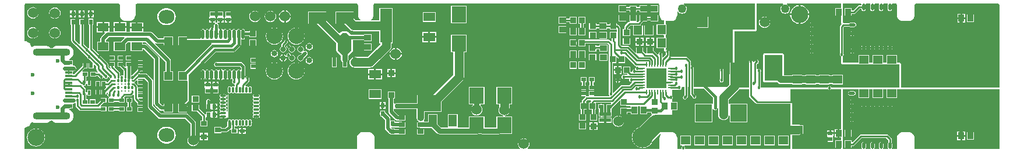
<source format=gbr>
%FSTAX23Y23*%
%MOIN*%
%SFA1B1*%

%IPPOS*%
%AMD65*
4,1,8,0.045300,0.000000,0.045300,0.000000,0.025600,0.019700,-0.025600,0.019700,-0.045300,0.000000,-0.045300,0.000000,-0.025600,-0.019700,0.025600,-0.019700,0.045300,0.000000,0.0*
1,1,0.039370,0.025600,0.000000*
1,1,0.039370,0.025600,0.000000*
1,1,0.039370,-0.025600,0.000000*
1,1,0.039370,-0.025600,0.000000*
%
%ADD10R,0.039370X0.023622*%
%ADD11R,0.039370X0.011811*%
%ADD12R,0.037402X0.033465*%
%ADD13R,0.055118X0.051181*%
%ADD14R,0.070866X0.051181*%
%ADD15R,0.039370X0.035433*%
%ADD16R,0.064961X0.047244*%
%ADD17R,0.070866X0.196850*%
%ADD18R,0.023622X0.055118*%
%ADD19R,0.023622X0.070866*%
%ADD20R,0.098425X0.066929*%
%ADD21R,0.023622X0.029528*%
%ADD22C,0.031496*%
%ADD23R,0.084646X0.096457*%
%ADD24R,0.137795X0.092520*%
%ADD25O,0.017716X0.055118*%
%ADD26O,0.007874X0.027559*%
%ADD27O,0.027559X0.007874*%
%ADD28R,0.118110X0.118110*%
%ADD29C,0.010236*%
%ADD30R,0.037402X0.025591*%
%ADD31R,0.029528X0.023622*%
%ADD32R,0.025197X0.023622*%
%ADD33R,0.051181X0.055118*%
%ADD34O,0.055118X0.019685*%
%ADD35O,0.039370X0.019685*%
%ADD36R,0.035433X0.039370*%
%ADD37R,0.096457X0.100394*%
%ADD38R,0.033465X0.037402*%
%ADD39O,0.019685X0.055118*%
%ADD40O,0.019685X0.039370*%
%ADD41R,0.047244X0.064961*%
%ADD42R,0.196850X0.177165*%
%ADD43R,0.015748X0.027559*%
%ADD44R,0.035433X0.031496*%
%ADD45R,0.023622X0.025197*%
%ADD46R,0.047244X0.047244*%
%ADD47O,0.037402X0.011811*%
%ADD48O,0.011811X0.037402*%
%ADD49R,0.131890X0.131890*%
%ADD50R,0.051181X0.070866*%
%ADD51R,0.037402X0.035433*%
%ADD52C,0.023622*%
%ADD53C,0.010000*%
%ADD54C,0.050000*%
%ADD55C,0.015000*%
%ADD56C,0.020000*%
%ADD57C,0.040000*%
%ADD58C,0.023000*%
%ADD59C,0.039000*%
%ADD60C,0.100000*%
%ADD61C,0.080000*%
%ADD62C,0.030000*%
%ADD63C,0.025000*%
%ADD64C,0.035000*%
G04~CAMADD=65~8~0.0~0.0~393.7~905.5~196.8~0.0~15~0.0~0.0~0.0~0.0~0~0.0~0.0~0.0~0.0~0~0.0~0.0~0.0~270.0~906.0~394.0*
%ADD65D65*%
%ADD66C,0.059843*%
%ADD67C,0.050000*%
%ADD68R,0.059843X0.059843*%
%ADD69C,0.060000*%
%ADD70C,0.098425*%
%ADD71C,0.093504*%
%ADD72C,0.033465*%
%ADD73O,0.090551X0.078740*%
%ADD74C,0.060000*%
%ADD75C,0.118110*%
%ADD76C,0.019685*%
%ADD77C,0.018000*%
%ADD78C,0.016000*%
%ADD79C,0.023622*%
%ADD80C,0.032000*%
%ADD81C,0.019685*%
%LNpcb_copper_signal_top-1*%
%LPD*%
G36*
X05399Y01244D02*
X05402Y0124D01*
X05402Y01235*
Y01181*
X05402*
X05403Y01172*
X05407Y01164*
X05412Y01156*
X05419Y01151*
X05428Y01147*
X05436Y01146*
X05437Y01146*
X05468*
X05469Y01146*
X05477Y01147*
X05486Y01151*
X05493Y01156*
X05499Y01164*
X05502Y01172*
X05503Y0118*
X05503Y01181*
Y0124*
X05503Y0124*
X05506Y01244*
X05508Y01245*
X05508Y01245*
X05984*
X05984Y01245*
X05987Y01243*
X05989Y0124*
X05989Y0124*
Y00763*
X05427*
Y00896*
X05427Y009*
X05424Y00903*
X05421Y00905*
X05417Y00906*
X05403*
Y00951*
X05344*
Y00906*
X05323*
Y00951*
X05264*
Y00906*
X05243*
Y00951*
X05184*
Y00906*
X05093*
Y00944*
X05094Y00945*
X05097Y00949*
X05098Y00953*
X05097Y00957*
X05097Y00957*
Y01109*
X05101Y01113*
X05131*
X05132Y01112*
X05137Y01111*
X05156*
X05161Y01112*
X05165Y01115*
X05168Y01119*
X05168Y01124*
X05168Y01128*
X05165Y01132*
X05161Y01135*
X05156Y01136*
X05137*
X05132Y01135*
X05131Y01134*
X05097*
X05093Y01138*
Y01245*
X05197*
X052Y0124*
X05198Y01236*
X05186*
X05182Y01235*
X05178Y01233*
X05152Y01207*
X05144*
Y01218*
X05104*
Y01175*
X05144*
Y01186*
X05157*
X0516Y01187*
X05164Y01189*
X0519Y01215*
X05199*
Y01215*
X052Y0121*
X05203Y01206*
X05207Y01204*
X05212Y01203*
X05216Y01204*
X0522Y01206*
X05223Y0121*
X05224Y01215*
Y01234*
X05223Y01239*
X05222Y0124*
X05225Y01245*
X05248*
X05251Y0124*
X0525Y01239*
X05249Y01234*
Y01215*
X0525Y0121*
X05253Y01206*
X05257Y01204*
X05262Y01203*
X05266Y01204*
X0527Y01206*
X05273Y0121*
X05274Y01215*
Y01234*
X05273Y01239*
X05272Y0124*
X05275Y01245*
X05298*
X05301Y0124*
X053Y01239*
X05299Y01234*
Y01215*
X053Y0121*
X05303Y01206*
X05307Y01204*
X05312Y01203*
X05316Y01204*
X0532Y01206*
X05323Y0121*
X05324Y01215*
Y01234*
X05323Y01239*
X05322Y0124*
X05325Y01245*
X05348*
X05351Y0124*
X0535Y01239*
X05349Y01234*
Y01215*
X0535Y0121*
X05353Y01206*
X05357Y01204*
X05362Y01203*
X05366Y01204*
X0537Y01206*
X05373Y0121*
X05374Y01215*
Y01234*
X05373Y01239*
X05372Y0124*
X05375Y01245*
X05398*
X05398Y01245*
X05399Y01244*
G37*
G36*
X05082Y01218D02*
X05051D01*
Y01175*
X05082*
Y01138*
X05083Y01136*
X05083Y01134*
X05083Y01134*
X05083Y01134*
X05084Y01133*
X05085Y01131*
X05087Y01129*
X05079Y01121*
X05077Y01117*
X05076Y01114*
Y00957*
X05076Y00957*
X05075Y00953*
X05076Y00949*
X05079Y00945*
X05082Y00943*
X05082Y00943*
Y00906*
X05083Y00902*
X05085Y00899*
X05089Y00897*
X05093Y00896*
X05417*
Y00763*
X05094*
X05027*
X05027Y00765*
X05024Y00768*
X05021Y00771*
X05017Y00772*
X05012Y00771*
X05009Y00768*
X05006Y00765*
X05006Y00763*
X04625*
X04624Y00766*
X04624Y00767*
Y00856*
X04624Y00856*
X04625Y0086*
X04624Y00864*
X04621Y00868*
X04618Y00871*
X04613Y00871*
X04609Y00871*
X04606Y00868*
X04604Y00868*
X04601Y0087*
Y00897*
X04604Y00901*
X04605Y00901*
X04608Y00904*
X04611Y00907*
X04612Y00912*
X04611Y00916*
X04608Y00919*
X04605Y00922*
X04601Y00923*
X04596Y00922*
X04593Y00919*
X0459Y00916*
X0459Y00915*
X04585Y0091*
X0458Y0091*
X04578Y00911*
X04578Y00912*
X04578Y00913*
X04577Y00917*
X04574Y0092*
X04571Y00923*
X04567Y00924*
X04562Y00923*
X04559Y0092*
X04556Y00917*
X04555Y00913*
X04556Y00908*
X04556Y00908*
Y00763*
X04464*
Y00897*
X04466Y00897*
X0447Y00899*
X04472Y00903*
X04473Y00907*
Y01085*
X04589*
X04592Y01085*
X04596Y01088*
X04598Y01091*
X04599Y01095*
Y01245*
X04751*
X04752Y0124*
X04749Y01238*
X04744Y01234*
X04739Y01228*
X04737Y01222*
X04736Y01215*
X04737Y01208*
X04739Y01201*
X04744Y01195*
X04749Y01191*
X04756Y01188*
X04763Y01187*
X0477Y01188*
X04776Y01191*
X04782Y01195*
X04786Y01201*
X04789Y01208*
X0479Y01215*
X04789Y01222*
X04786Y01228*
X04782Y01234*
X04776Y01238*
X04773Y0124*
X04774Y01245*
X05082*
Y01218*
G37*
G36*
X04589Y01095D02*
X04463D01*
Y00907*
X04445*
Y00844*
X04443Y00839*
X04442Y00831*
Y00781*
X04428Y00767*
X04239*
Y0087*
X04239Y0087*
X0424Y00875*
X04239Y00879*
X04236Y00882*
X04233Y00885*
X04229Y00886*
X04228Y00886*
X04223Y00889*
Y00914*
X04222Y00917*
X0422Y00921*
X04204Y00937*
X042Y00939*
X04197Y0094*
X04107*
X04107Y0094*
X04102Y00941*
X04101Y00942*
X04099Y00945*
X041Y00948*
Y00964*
X041Y00964*
X04101Y00969*
X041Y00973*
X04097Y00976*
X04094Y00979*
X0409Y0098*
X04085Y00979*
X04084Y00978*
X04079Y0098*
Y00989*
X04083*
Y01048*
X04079*
Y01066*
X04083*
Y01125*
X04079*
Y01141*
Y01146*
X0411*
X04111Y01146*
X04119Y01147*
X04128Y01151*
X04135Y01156*
X0414Y01164*
X04144Y01172*
X04145Y0118*
X04145Y01181*
Y01198*
X0415Y01199*
X04153Y01195*
X04159Y01191*
X04165Y01188*
X04172Y01187*
X04179Y01188*
X04186Y01191*
X04192Y01195*
X04196Y01201*
X04199Y01208*
X042Y01215*
X04199Y01222*
X04196Y01228*
X04192Y01234*
X04186Y01238*
X04183Y0124*
X04184Y01245*
X04589*
Y01095*
G37*
G36*
X02315Y01244D02*
X02317Y0124D01*
X02318Y01235*
Y01181*
X02318Y0118*
X02319Y01172*
X02322Y01164*
X02328Y01156*
X02332Y01153*
X02331Y01148*
X02306*
X02293Y01161*
Y01199*
X02191*
Y01128*
X02241*
X02272Y01096*
X02279Y01091*
X02286Y01088*
X02294Y01087*
X02441*
Y01017*
X02446*
X02447Y01012*
X02373Y00938*
X02301*
X02295Y00937*
X02287*
Y00934*
X02285Y00934*
X02279Y00929*
X02274Y00923*
X02271Y00915*
X0227Y00908*
X02271Y009*
X02274Y00893*
X02279Y00886*
X02285Y00881*
X02287Y00881*
Y00878*
X02295*
X02301Y00877*
X02386*
X02393Y00878*
X02401Y00881*
X02407Y00886*
X025Y00979*
X02505Y00985*
X02508Y00993*
X02509Y01001*
Y01017*
X02516*
Y01218*
X02441*
Y01148*
X02394*
X02392Y01153*
X02397Y01156*
X02402Y01164*
X02406Y01172*
X02407Y0118*
X02407Y01181*
Y0124*
X02407Y0124*
X0241Y01244*
X02411Y01245*
X02411Y01245*
X04039*
X0404Y01245*
X04041Y01244*
X04044Y0124*
X04044Y01235*
Y01181*
X04044*
X04045Y01172*
X04049Y01164*
X04054Y01156*
X04061Y01151*
X04069Y01148*
X04069Y01146*
Y01141*
Y01125*
X04027*
Y01066*
X04065*
X04069Y01062*
Y01048*
X04027*
Y00989*
X04069*
Y0098*
X04069Y00979*
X04069Y00977*
X04069Y00977*
X04069Y00977*
X0407Y00975*
X04071Y00974*
X04071Y00974*
X04071Y00973*
X04073Y00972*
X04074Y00971*
X04078Y00969*
X04078Y00969*
X04079Y00964*
X04079Y00964*
Y00953*
X04063Y00937*
X04059Y00938*
Y00952*
X04059Y00952*
X0406Y00957*
X04059Y00961*
X04056Y00964*
X04053Y00967*
X04049Y00968*
X04044Y00967*
X04041Y00964*
X04038Y00961*
X04037Y00957*
X04036Y00956*
X04033Y00954*
X0401Y00977*
Y00994*
X03969*
Y00958*
X03964Y00958*
X03951Y0097*
Y00994*
X0391*
Y00966*
X03905Y00964*
X03869Y01001*
X03865Y01003*
X03862Y01004*
X03827*
X0382Y01011*
Y01106*
X03819Y0111*
X03817Y01113*
X03808Y01122*
X03805Y01124*
X03801Y01125*
X038*
Y01134*
X03759*
Y01125*
X03742*
Y01137*
X03699*
Y01125*
X03683*
Y01134*
X03641*
Y01097*
X03683*
Y01104*
X03699*
Y01097*
X03742*
Y01104*
X03759*
Y01097*
X038*
Y01083*
X03759*
Y01046*
X03768*
Y01031*
X03768Y01031*
X03764Y01029*
X03758Y01035*
X03755Y01037*
X03751Y01038*
X03619*
Y0104*
X03581*
Y00998*
X03619*
Y01017*
X03746*
X03754Y01009*
Y00731*
X03754Y00731*
X03753Y00727*
X03754Y00722*
X03757Y00719*
X03756Y00713*
X03755Y00712*
X03673*
X03669Y00714*
Y00717*
Y00742*
X0364*
Y00714*
X03636Y00712*
X03628*
X03626Y00713*
X03624Y00716*
Y00742*
X03595*
Y00714*
X03619*
X0362Y00709*
X0362Y00709*
X03601Y00691*
X03599Y00687*
X03598Y00683*
Y00677*
X0359*
Y00636*
X03594*
Y00611*
X03583*
Y00574*
X03624*
Y00611*
X03614*
Y00636*
X03627*
Y00677*
X03624*
X03622Y00682*
X03631Y00691*
X03651*
X03653Y00687*
X03653Y00686*
X0365Y00683*
X0365Y00679*
Y00677*
X03641*
Y00636*
X03655*
Y00611*
X03645*
Y00574*
X03686*
Y00611*
X03675*
Y00636*
X03679*
Y00676*
X03765*
X03767Y00671*
X03762Y00666*
X0376*
X0376Y00666*
X03754Y00667*
X03748Y00666*
X03748Y00666*
X03738*
Y00639*
X03739*
Y0061*
X03739Y00607*
Y00596*
X03748*
X03748Y00596*
X03754Y00595*
X0376Y00596*
X0376Y00596*
X03768*
Y00605*
X03769Y0061*
Y00639*
X03772*
Y00647*
X03815Y0069*
X03819Y00688*
Y00659*
X03851*
X03853Y00658*
X03857Y00657*
X03877*
X03881Y00654*
Y00652*
Y00645*
X03861*
Y00646*
X03819*
Y00608*
X03861*
Y0062*
X03881*
Y00611*
X03921*
Y00652*
Y00654*
X03924Y00657*
X03931*
X03934Y00654*
Y00611*
X03974*
Y0062*
X03996*
Y00609*
X03998*
X03999Y00606*
X03999Y00604*
X03988Y00596*
X03926Y00534*
X03924Y00533*
X03913Y00528*
X03904Y0052*
X03896Y00511*
X03891Y005*
X03887Y00488*
X03886Y00477*
X03887Y00465*
X03891Y00453*
X03896Y00442*
X03904Y00433*
X03913Y00425*
X03924Y0042*
X03935Y00416*
X03947Y00415*
X03959Y00416*
X03971Y0042*
X03982Y00425*
X03991Y00433*
X03998Y00442*
X04004Y00453*
X04005Y00455*
X04048Y00498*
X04049Y00498*
X04051Y00492*
X04049Y0049*
X04045Y00481*
X04044Y00472*
X04044*
Y00413*
X04044Y00413*
X04043Y00411*
X04039Y00409*
X04034*
X0329*
X03288Y00414*
X03289Y00415*
X03294Y00421*
X03298Y00429*
X03299Y00438*
X03298Y00446*
X03294Y00454*
X03289Y0046*
X03283Y00465*
X03275Y00469*
X03267Y0047*
X03258Y00469*
X0325Y00465*
X03244Y0046*
X03239Y00454*
X03235Y00446*
X03234Y00438*
X03235Y00429*
X03239Y00421*
X03244Y00415*
X03245Y00414*
X03243Y00409*
X02417*
X02417Y00409*
X02414Y0041*
X02413Y00413*
X02413Y00413*
Y00472*
X02413*
X02412Y00481*
X02408Y0049*
X02403Y00497*
X02395Y00502*
X02387Y00506*
X02378Y00507*
Y00507*
X02346*
Y00507*
X02337Y00506*
X02329Y00502*
X02322Y00497*
X02316Y0049*
X02313Y00481*
X02312Y00472*
X02312*
Y00413*
X02312Y00413*
X0231Y0041*
X02307Y00409*
X02307Y00409*
X01055*
X01055Y00409*
X01052Y0041*
X01051Y00413*
X01051Y00413*
Y00472*
X01051Y00472*
X01049Y00481*
X01046Y0049*
X0104Y00497*
X01033Y00502*
X01025Y00506*
X01016Y00507*
Y00507*
X00984*
Y00507*
X00975Y00506*
X00967Y00502*
X0096Y00497*
X00954Y0049*
X00951Y00481*
X00949Y00472*
X00949*
Y00413*
X0095Y00413*
X00948Y0041*
X00945Y00409*
X00945Y00409*
X00413*
X00413Y00409*
X0041Y0041*
X00409Y00413*
X00409Y00413*
Y0053*
X00409Y0053*
X0041Y00531*
X00413Y00534*
X00422Y00535*
X00431Y00539*
X00438Y00544*
X00444Y00552*
X00447Y0056*
X00448Y00564*
X00453Y00566*
X00456Y00564*
X00466Y0056*
X00476Y00559*
X00527*
X00537Y0056*
X00547Y00564*
X00555Y0057*
X00558Y00573*
X00569*
X00572Y0057*
X0058Y00564*
X0059Y0056*
X006Y00559*
X00651*
X00661Y0056*
X00671Y00564*
X00679Y0057*
X00686Y00578*
X00689Y00588*
X00691Y00598*
X00689Y00609*
X00686Y00618*
X00679Y00626*
X00671Y00633*
X00665Y00635*
X00665Y00641*
X00669Y00641*
X00672Y00643*
X00685*
Y00668*
X00689Y00671*
X00695Y00673*
X00698Y00675*
X00703Y00672*
Y00658*
X00704Y00654*
X00706Y0065*
X00723Y00633*
X00727Y00631*
X0073Y0063*
X00845*
Y00627*
X00878*
Y00654*
X00847*
X00845Y00659*
X00862Y00677*
X00878*
Y00704*
X00845*
Y00688*
X00825Y00668*
X00817*
Y00695*
X00784*
Y00668*
X00772*
Y00695*
X00764*
Y00721*
X00769Y00723*
X00769Y00723*
Y00716*
X00789*
Y00727*
X00789Y00728*
X0079Y00732*
X00789Y00736*
X00789Y00737*
Y00748*
X00769*
Y00737*
X00769Y00737*
X00765Y00736*
X00763Y00736*
X00761Y00738*
Y00751*
X00761Y00755*
X00759Y00758*
X00749Y00767*
X00751Y00772*
X00761*
Y00783*
X00763Y00784*
X00767Y00784*
X00769Y00783*
X00769Y00783*
Y00772*
X00789*
Y00783*
X00789Y00783*
X0079Y00788*
X00789Y00792*
X00789Y00793*
Y00803*
X00769*
Y00798*
X00769Y00798*
X00764Y00799*
X00764Y00799*
Y00825*
X00773*
Y00853*
X00743*
X00741Y00858*
X00756Y00873*
X0077*
Y00902*
X00742*
Y00888*
X00695Y00841*
X00689*
X00685Y00842*
Y00857*
X00688*
X00695Y00859*
X00701Y00862*
X00704Y00868*
X00706Y00874*
X00704Y00881*
X00701Y00886*
X00695Y0089*
X00688Y00891*
X00685Y00892*
Y0092*
X00672*
X00669Y00921*
X00665Y00922*
X00665Y00927*
X00671Y0093*
X00679Y00936*
X00686Y00945*
X00689Y00954*
X00691Y00965*
X00689Y00975*
X00686Y00984*
X00679Y00993*
X00671Y00999*
X00661Y01003*
X00651Y01004*
X006*
X0059Y01003*
X0058Y00999*
X00572Y00993*
X00569Y00989*
X00558*
X00555Y00993*
X00547Y00999*
X00537Y01003*
X00527Y01004*
X00476*
X00466Y01003*
X00456Y00999*
X00453Y00997*
X00448Y00999*
X00447Y01003*
X00444Y01012*
X00438Y01019*
X00431Y01024*
X00422Y01028*
X00413Y01029*
X0041Y01032*
X00409Y01033*
X00409Y01033*
X00409Y01235*
X00409Y0124*
X00412Y01244*
X00413Y01245*
X00413Y01245*
X00951*
X00951Y01245*
X00953Y01244*
X00955Y0124*
X00955Y01235*
Y01181*
X00955Y0118*
X00957Y01172*
X0096Y01164*
X00966Y01156*
X00973Y01151*
X00981Y01147*
X0099Y01146*
X0099Y01146*
X0101*
X0101Y01146*
X01019Y01147*
X01027Y01151*
X01034Y01156*
X0104Y01164*
X01043Y01172*
X01045Y0118*
X01045Y01181*
Y0124*
X01045Y0124*
X01047Y01243*
X01049Y01244*
X01054Y01245*
X02313*
X02313Y01245*
X02315Y01244*
G37*
G36*
X03903Y00889D02*
X03907Y00887D01*
X03908Y00887*
X03909Y00881*
X03908Y0088*
X03905Y00877*
X03904Y00873*
X03904Y00872*
X03904Y00871*
X039Y00867*
X03898Y00868*
X03894Y00867*
X0389Y00864*
X03888Y00861*
X03887Y00857*
X03887Y00856*
X03884Y00852*
X03879Y00852*
X03875Y00856*
Y00883*
X03837*
Y00842*
X03859*
X0386Y0084*
X03858Y00835*
X03841*
X03838Y00835*
X03833Y00835*
X0383Y00832*
X03827Y00828*
X03826Y00824*
X03827Y0082*
X0383Y00816*
X03833Y00814*
X03838Y00813*
X03842Y00814*
X03843Y00814*
X03868*
X03871Y00809*
X0387Y00807*
X03871Y00802*
X03874Y00799*
X03877Y00796*
X03882Y00795*
X03883Y00796*
X03886Y00791*
X0387Y00776*
X03828*
X03824Y00775*
X03821Y00773*
X0378Y00732*
X03775Y00734*
Y00904*
X03795*
Y00936*
X03799Y00938*
X03808Y00929*
Y00904*
X03846*
Y0094*
X03851Y00942*
X03903Y00889*
G37*
G36*
X05025Y00753D02*
X05026D01*
X05027Y00752*
X05083*
Y00524*
X05074*
Y005*
Y00475*
X05083*
Y00458*
X0505*
Y00415*
X05083*
Y00409*
X04803*
Y0049*
X04836*
X04843Y00491*
X04851Y00494*
X04851Y00495*
X04867*
Y00546*
X04852*
X04851Y00547*
X04843Y0055*
X04836Y00551*
X04803*
Y00669*
X04802Y00673*
X048Y00677*
X04796Y00679*
X04793Y0068*
Y00752*
X05006*
X05007Y00753*
X05008*
X05008Y00753*
X05009Y00753*
X05012Y0075*
X05017Y00749*
X05021Y0075*
X05024Y00753*
X05025Y00753*
X05025Y00753*
G37*
G36*
X05989Y00413D02*
X05989Y00413D01*
X05989Y00413*
X05986Y00409*
X05984Y00409*
X05984Y00409*
X05508*
X05508Y00409*
X05504Y0041*
X05503Y00413*
X05503Y00413*
Y00472*
X05503*
X05502Y00481*
X05499Y0049*
X05493Y00497*
X05486Y00502*
X05477Y00506*
X05468Y00507*
Y00507*
X05437*
Y00507*
X05428Y00506*
X0542Y00502*
X05412Y00497*
X05407Y0049*
X05403Y00481*
X05402Y00472*
X05402*
Y00413*
X05402Y00413*
X05401Y00411*
X05398Y00409*
X05393*
X05376*
X05373Y00414*
X05374Y00414*
X05375Y00419*
Y00438*
X05374Y00443*
X05373Y00444*
Y00465*
X05372Y00468*
X0537Y00472*
X05352Y0049*
X05348Y00492*
X05345Y00493*
X05196*
X05192Y00492*
X05188Y0049*
X05148Y00449*
X05143Y00451*
Y00458*
X05103*
Y00415*
X05143*
Y00426*
X0515*
X05153Y00427*
X05157Y00429*
X052Y00472*
X0534*
X05352Y0046*
Y00444*
X05351Y00443*
X0535Y00438*
Y00419*
X05351Y00414*
X05352Y00414*
X05349Y00409*
X05326*
X05323Y00414*
X05324Y00414*
X05325Y00419*
Y00438*
X05324Y00443*
X05321Y00447*
X05317Y00449*
X05313Y0045*
X05308Y00449*
X05304Y00447*
X05301Y00443*
X053Y00438*
Y00419*
X05301Y00414*
X05302Y00414*
X05299Y00409*
X05276*
X05273Y00414*
X05274Y00414*
X05275Y00419*
Y00438*
X05274Y00443*
X05271Y00447*
X05267Y00449*
X05263Y0045*
X05258Y00449*
X05254Y00447*
X05251Y00443*
X0525Y00438*
Y00419*
X05251Y00414*
X05252Y00414*
X05249Y00409*
X05226*
X05223Y00414*
X05224Y00414*
X05225Y00419*
Y00438*
X05224Y00443*
X05221Y00447*
X05217Y00449*
X05213Y0045*
X05208Y00449*
X05204Y00447*
X05201Y00443*
X052Y00438*
Y00419*
X05201Y00414*
X05202Y00414*
X05199Y00409*
X05094*
Y00752*
X05184*
Y00702*
X05243*
Y00752*
X05263*
Y00702*
X05323*
Y00752*
X05343*
Y00702*
X05403*
Y00752*
X05989*
Y00413*
G37*
G36*
X04218Y00725D02*
X04219Y00721D01*
X04221Y00718*
X04232Y00708*
X04232Y00707*
X04234Y00704*
X04238Y00701*
X04242Y007*
X04246Y00701*
X0425Y00704*
X04253Y00707*
X04253Y00712*
X04253Y00716*
X0425Y00719*
X04246Y00722*
X04246Y00722*
X04239Y00729*
Y00756*
X04298*
X0435Y00704*
Y00671*
X04346Y00669*
X04345*
X04245*
Y00564*
X04346*
Y00639*
X04351Y0064*
X04353Y00635*
X04358Y00633*
X04363Y00632*
X04367Y00633*
X04372Y00635*
X04374Y0064*
X04375Y00645*
X0438Y00644*
Y00606*
X04381Y00598*
X04384Y0059*
X04389Y00584*
X04395Y00579*
X04403Y00576*
X04411Y00575*
X04418Y00576*
X04426Y00579*
X04432Y00584*
X04437Y0059*
X0444Y00598*
X0444Y00602*
X04445Y00601*
Y00564*
X04546*
Y00669*
X04446*
X04445*
X04441Y0067*
Y00694*
X04494Y00747*
X04494*
X04498Y00752*
X04556*
Y00715*
X04557Y00711*
X04559Y00707*
X04594Y00672*
X04598Y0067*
X04602Y00669*
X04793*
Y00409*
X04194*
X0419Y00414*
X04191Y00416*
X0419Y0042*
X04187Y00423*
X04185Y00425*
X04187Y0043*
X04222*
Y00485*
X04163*
Y0043*
X04172*
X04174Y00425*
X04172Y00423*
X04169Y0042*
X04168Y00416*
X04169Y00414*
X04165Y00409*
X0415*
X04149Y00409*
X04148Y00409*
X04145Y00413*
Y00418*
Y00472*
Y00472*
X04145*
X04144Y00481*
X0414Y0049*
X04135Y00497*
X04128Y00502*
X04119Y00506*
X04115Y00507*
Y00634*
X04147*
Y00678*
X04115*
Y00696*
X04117Y00698*
X0412Y00701*
X04121Y00706*
X0412Y0071*
X04117Y00713*
X04115Y00715*
Y00751*
X04153*
X04153Y00751*
X04157Y0075*
X04162Y00751*
X04165Y00754*
X04168Y00757*
X04169Y00762*
X04173Y00767*
X04186*
Y00718*
X04185Y00716*
X04184Y00716*
X04181Y00713*
X04178Y0071*
X04177Y00706*
X04178Y00701*
X04181Y00698*
X04184Y00695*
X04189Y00694*
X04193Y00695*
X04196Y00698*
X04199Y00701*
X04199Y00702*
X04204Y00706*
X04206Y0071*
X04207Y00714*
Y00767*
X04218*
Y00725*
G37*
%LNpcb_copper_signal_top-2*%
%LPC*%
G36*
X05794Y01186D02*
X05776D01*
Y01167*
X05794*
Y01186*
G37*
G36*
X05766D02*
X05748D01*
Y01167*
X05766*
Y01186*
G37*
G36*
X05844Y01183D02*
X05804D01*
Y0114*
X05844*
Y01183*
G37*
G36*
X05794Y01157D02*
X05776D01*
Y01137*
X05794*
Y01157*
G37*
G36*
X05766D02*
X05748D01*
Y01137*
X05766*
Y01157*
G37*
G36*
X05748Y01094D02*
Y01086D01*
X05756*
X05756Y01086*
X05753Y01091*
X05748Y01094*
X05748Y01094*
G37*
G36*
X05738D02*
X05738Y01094D01*
X05733Y01091*
X0573Y01086*
X0573Y01086*
X05738*
Y01094*
G37*
G36*
X05695D02*
Y01086D01*
X05703*
X05703Y01086*
X057Y01091*
X05695Y01094*
X05695Y01094*
G37*
G36*
X05685D02*
X05684Y01094D01*
X05679Y01091*
X05676Y01086*
X05676Y01086*
X05685*
Y01094*
G37*
G36*
X05641D02*
Y01086D01*
X05649*
X05649Y01086*
X05646Y01091*
X05641Y01094*
X05641Y01094*
G37*
G36*
X05631D02*
X05631Y01094D01*
X05626Y01091*
X05623Y01086*
X05623Y01086*
X05631*
Y01094*
G37*
G36*
X05152Y01087D02*
Y01079D01*
X0516*
X0516Y01079*
X05157Y01084*
X05152Y01087*
X05152Y01087*
G37*
G36*
X05142D02*
X05141Y01087D01*
X05136Y01084*
X05133Y01079*
X05133Y01079*
X05142*
Y01087*
G37*
G36*
X05756Y01076D02*
X05748D01*
Y01068*
X05748Y01068*
X05753Y01071*
X05756Y01075*
X05756Y01076*
G37*
G36*
X05738D02*
X0573D01*
X0573Y01075*
X05733Y01071*
X05738Y01068*
X05738Y01068*
Y01076*
G37*
G36*
X05703D02*
X05695D01*
Y01068*
X05695Y01068*
X057Y01071*
X05703Y01075*
X05703Y01076*
G37*
G36*
X05685D02*
X05676D01*
X05676Y01075*
X05679Y01071*
X05684Y01068*
X05685Y01068*
Y01076*
G37*
G36*
X05649D02*
X05641D01*
Y01068*
X05641Y01068*
X05646Y01071*
X05649Y01075*
X05649Y01076*
G37*
G36*
X05631D02*
X05623D01*
X05623Y01075*
X05626Y01071*
X05631Y01068*
X05631Y01068*
Y01076*
G37*
G36*
X0516Y01069D02*
X05152D01*
Y0106*
X05152Y0106*
X05157Y01063*
X0516Y01068*
X0516Y01069*
G37*
G36*
X05142D02*
X05133D01*
X05133Y01068*
X05136Y01063*
X05141Y0106*
X05142Y0106*
Y01069*
G37*
G36*
X05748Y01044D02*
Y01036D01*
X05756*
X05756Y01037*
X05753Y01041*
X05748Y01044*
X05748Y01044*
G37*
G36*
X05738D02*
X05738Y01044D01*
X05733Y01041*
X0573Y01037*
X0573Y01036*
X05738*
Y01044*
G37*
G36*
X05695D02*
Y01036D01*
X05703*
X05703Y01037*
X057Y01041*
X05695Y01044*
X05695Y01044*
G37*
G36*
X05685D02*
X05684Y01044D01*
X05679Y01041*
X05676Y01037*
X05676Y01036*
X05685*
Y01044*
G37*
G36*
X05641D02*
Y01036D01*
X05649*
X05649Y01037*
X05646Y01041*
X05641Y01044*
X05641Y01044*
G37*
G36*
X05631D02*
X05631Y01044D01*
X05626Y01041*
X05623Y01037*
X05623Y01036*
X05631*
Y01044*
G37*
G36*
X05756Y01026D02*
X05748D01*
Y01018*
X05748Y01018*
X05753Y01021*
X05756Y01026*
X05756Y01026*
G37*
G36*
X05738D02*
X0573D01*
X0573Y01026*
X05733Y01021*
X05738Y01018*
X05738Y01018*
Y01026*
G37*
G36*
X05703D02*
X05695D01*
Y01018*
X05695Y01018*
X057Y01021*
X05703Y01026*
X05703Y01026*
G37*
G36*
X05685D02*
X05676D01*
X05676Y01026*
X05679Y01021*
X05684Y01018*
X05685Y01018*
Y01026*
G37*
G36*
X05649D02*
X05641D01*
Y01018*
X05641Y01018*
X05646Y01021*
X05649Y01026*
X05649Y01026*
G37*
G36*
X05631D02*
X05623D01*
X05623Y01026*
X05626Y01021*
X05631Y01018*
X05631Y01018*
Y01026*
G37*
G36*
X05372Y01002D02*
X05367D01*
Y00997*
X05375*
X05375Y00998*
X05372Y01002*
G37*
G36*
X05357D02*
X05351D01*
X05348Y00998*
X05348Y00997*
X05357*
Y01002*
G37*
G36*
X05322D02*
X05317D01*
Y00997*
X05325*
X05325Y00998*
X05322Y01002*
G37*
G36*
X05307D02*
X05301D01*
X05298Y00998*
X05298Y00997*
X05307*
Y01002*
G37*
G36*
X05272D02*
X05267D01*
Y00997*
X05275*
X05275Y00998*
X05272Y01002*
G37*
G36*
X05257D02*
X05251D01*
X05248Y00998*
X05248Y00997*
X05257*
Y01002*
G37*
G36*
X05222D02*
X05217D01*
Y00997*
X05225*
X05225Y00998*
X05222Y01002*
G37*
G36*
X05207D02*
X05201D01*
X05198Y00998*
X05198Y00997*
X05207*
Y01002*
G37*
G36*
X05748Y00995D02*
Y00987D01*
X05756*
X05756Y00987*
X05753Y00992*
X05748Y00995*
X05748Y00995*
G37*
G36*
X05738D02*
X05738Y00995D01*
X05733Y00992*
X0573Y00987*
X0573Y00987*
X05738*
Y00995*
G37*
G36*
X05695D02*
Y00987D01*
X05703*
X05703Y00987*
X057Y00992*
X05695Y00995*
X05695Y00995*
G37*
G36*
X05685D02*
X05684Y00995D01*
X05679Y00992*
X05676Y00987*
X05676Y00987*
X05685*
Y00995*
G37*
G36*
X05641D02*
Y00987D01*
X05649*
X05649Y00987*
X05646Y00992*
X05641Y00995*
X05641Y00995*
G37*
G36*
X05631D02*
X05631Y00995D01*
X05626Y00992*
X05623Y00987*
X05623Y00987*
X05631*
Y00995*
G37*
G36*
X05375Y00987D02*
X05367D01*
Y00979*
X05367Y00979*
X05372Y00982*
X05375Y00987*
X05375Y00987*
G37*
G36*
X05357D02*
X05348D01*
X05348Y00987*
X05351Y00982*
X05356Y00979*
X05357Y00979*
Y00987*
G37*
G36*
X05325D02*
X05317D01*
Y00979*
X05317Y00979*
X05322Y00982*
X05325Y00987*
X05325Y00987*
G37*
G36*
X05307D02*
X05298D01*
X05298Y00987*
X05301Y00982*
X05306Y00979*
X05307Y00979*
Y00987*
G37*
G36*
X05275D02*
X05267D01*
Y00979*
X05267Y00979*
X05272Y00982*
X05275Y00987*
X05275Y00987*
G37*
G36*
X05257D02*
X05248D01*
X05248Y00987*
X05251Y00982*
X05256Y00979*
X05257Y00979*
Y00987*
G37*
G36*
X05225D02*
X05217D01*
Y00979*
X05217Y00979*
X05222Y00982*
X05225Y00987*
X05225Y00987*
G37*
G36*
X05207D02*
X05198D01*
X05198Y00987*
X05201Y00982*
X05206Y00979*
X05207Y00979*
Y00987*
G37*
G36*
X05152Y00987D02*
Y00978D01*
X0516*
X0516Y00979*
X05157Y00984*
X05152Y00987*
X05152Y00987*
G37*
G36*
X05142D02*
X05141Y00987D01*
X05136Y00984*
X05133Y00979*
X05133Y00978*
X05142*
Y00987*
G37*
G36*
X05756Y00977D02*
X05748D01*
Y00968*
X05748Y00968*
X05753Y00971*
X05756Y00976*
X05756Y00977*
G37*
G36*
X05738D02*
X0573D01*
X0573Y00976*
X05733Y00971*
X05738Y00968*
X05738Y00968*
Y00977*
G37*
G36*
X05703D02*
X05695D01*
Y00968*
X05695Y00968*
X057Y00971*
X05703Y00976*
X05703Y00977*
G37*
G36*
X05685D02*
X05676D01*
X05676Y00976*
X05679Y00971*
X05684Y00968*
X05685Y00968*
Y00977*
G37*
G36*
X05649D02*
X05641D01*
Y00968*
X05641Y00968*
X05646Y00971*
X05649Y00976*
X05649Y00977*
G37*
G36*
X05631D02*
X05623D01*
X05623Y00976*
X05626Y00971*
X05631Y00968*
X05631Y00968*
Y00977*
G37*
G36*
X0516Y00968D02*
X05152D01*
Y0096*
X05152Y0096*
X05157Y00963*
X0516Y00968*
X0516Y00968*
G37*
G36*
X05142D02*
X05133D01*
X05133Y00968*
X05136Y00963*
X05141Y0096*
X05142Y0096*
Y00968*
G37*
G36*
X04851Y01237D02*
Y01188D01*
X049*
X04898Y01197*
X04893Y0121*
X04884Y01221*
X04873Y0123*
X0486Y01235*
X04851Y01237*
G37*
G36*
X04841D02*
X04831Y01235D01*
X04818Y0123*
X04807Y01221*
X04798Y0121*
X04793Y01197*
X04791Y01188*
X04841*
Y01237*
G37*
G36*
X04919Y01137D02*
Y01129D01*
X04924*
Y01134*
X0492Y01137*
X04919Y01137*
G37*
G36*
X04909D02*
X04909Y01137D01*
X04904Y01134*
X04901Y01129*
X04901Y01129*
X04909*
Y01137*
G37*
G36*
X049Y01178D02*
X04851D01*
Y01128*
X0486Y0113*
X04873Y01135*
X04884Y01144*
X04893Y01155*
X04898Y01168*
X049Y01178*
G37*
G36*
X04841D02*
X04791D01*
X04793Y01168*
X04798Y01155*
X04807Y01144*
X04818Y01135*
X04831Y0113*
X04841Y01128*
Y01178*
G37*
G36*
X04924Y01119D02*
X04919D01*
Y0111*
X0492Y0111*
X04924Y01113*
Y01119*
G37*
G36*
X04909D02*
X04901D01*
X04901Y01118*
X04904Y01113*
X04909Y0111*
X04909Y0111*
Y01119*
G37*
G36*
X04645Y0117D02*
X04636Y01169D01*
X04629Y01165*
X04622Y0116*
X04617Y01154*
X04614Y01146*
X04613Y01138*
X04614Y01129*
X04617Y01121*
X04622Y01115*
X04629Y0111*
X04636Y01106*
X04645Y01105*
X04653Y01106*
X04661Y0111*
X04667Y01115*
X04673Y01121*
X04676Y01129*
X04677Y01138*
X04676Y01146*
X04673Y01154*
X04667Y0116*
X04661Y01165*
X04653Y01169*
X04645Y0117*
G37*
G36*
X04919Y01087D02*
Y01079D01*
X04924*
Y01084*
X0492Y01087*
X04919Y01087*
G37*
G36*
X04909D02*
X04909Y01087D01*
X04904Y01084*
X04901Y01079*
X04901Y01079*
X04909*
Y01087*
G37*
G36*
X04924Y01069D02*
X04919D01*
Y0106*
X0492Y0106*
X04924Y01063*
Y01069*
G37*
G36*
X04909D02*
X04901D01*
X04901Y01068*
X04904Y01063*
X04909Y0106*
X04909Y0106*
Y01069*
G37*
G36*
X04919Y01037D02*
Y01029D01*
X04924*
Y01034*
X0492Y01037*
X04919Y01037*
G37*
G36*
X04909D02*
X04909Y01037D01*
X04904Y01034*
X04901Y01029*
X04901Y01029*
X04909*
Y01037*
G37*
G36*
X04924Y01019D02*
X04919D01*
Y0101*
X0492Y0101*
X04924Y01013*
Y01019*
G37*
G36*
X04909D02*
X04901D01*
X04901Y01018*
X04904Y01013*
X04909Y0101*
X04909Y0101*
Y01019*
G37*
G36*
X04919Y00987D02*
Y00979D01*
X04924*
Y00984*
X0492Y00987*
X04919Y00987*
G37*
G36*
X04909D02*
X04909Y00987D01*
X04904Y00984*
X04901Y00979*
X04901Y00979*
X04909*
Y00987*
G37*
G36*
X04924Y00969D02*
X04919D01*
Y0096*
X0492Y0096*
X04924Y00963*
Y00969*
G37*
G36*
X04909D02*
X04901D01*
X04901Y00968*
X04904Y00963*
X04909Y0096*
X04909Y0096*
Y00969*
G37*
G36*
X05378Y00874D02*
Y00866D01*
X05386*
X05386Y00866*
X05383Y00871*
X05379Y00874*
X05378Y00874*
G37*
G36*
X05368D02*
X05368Y00874D01*
X05363Y00871*
X0536Y00866*
X0536Y00866*
X05368*
Y00874*
G37*
G36*
X05298D02*
Y00866D01*
X05306*
X05306Y00866*
X05303Y00871*
X05299Y00874*
X05298Y00874*
G37*
G36*
X05288D02*
X05288Y00874D01*
X05283Y00871*
X0528Y00866*
X0528Y00866*
X05288*
Y00874*
G37*
G36*
X05218D02*
Y00866D01*
X05226*
X05226Y00866*
X05223Y00871*
X05219Y00874*
X05218Y00874*
G37*
G36*
X05208D02*
X05208Y00874D01*
X05203Y00871*
X052Y00866*
X052Y00866*
X05208*
Y00874*
G37*
G36*
X05386Y00856D02*
X05378D01*
Y00847*
X05379Y00847*
X05383Y0085*
X05386Y00855*
X05386Y00856*
G37*
G36*
X05368D02*
X0536D01*
X0536Y00855*
X05363Y0085*
X05368Y00847*
X05368Y00847*
Y00856*
G37*
G36*
X05306D02*
X05298D01*
Y00847*
X05299Y00847*
X05303Y0085*
X05306Y00855*
X05306Y00856*
G37*
G36*
X05288D02*
X0528D01*
X0528Y00855*
X05283Y0085*
X05288Y00847*
X05288Y00847*
Y00856*
G37*
G36*
X05226D02*
X05218D01*
Y00847*
X05219Y00847*
X05223Y0085*
X05226Y00855*
X05226Y00856*
G37*
G36*
X05208D02*
X052D01*
X052Y00855*
X05203Y0085*
X05208Y00847*
X05208Y00847*
Y00856*
G37*
G36*
X05378Y00802D02*
Y00794D01*
X05386*
X05386Y00794*
X05383Y00799*
X05379Y00802*
X05378Y00802*
G37*
G36*
X05368D02*
X05368Y00802D01*
X05363Y00799*
X0536Y00794*
X0536Y00794*
X05368*
Y00802*
G37*
G36*
X05298D02*
Y00794D01*
X05306*
X05306Y00794*
X05303Y00799*
X05299Y00802*
X05298Y00802*
G37*
G36*
X05288D02*
X05288Y00802D01*
X05283Y00799*
X0528Y00794*
X0528Y00794*
X05288*
Y00802*
G37*
G36*
X05218D02*
Y00794D01*
X05226*
X05226Y00794*
X05223Y00799*
X05219Y00802*
X05218Y00802*
G37*
G36*
X05208D02*
X05208Y00802D01*
X05203Y00799*
X052Y00794*
X052Y00794*
X05208*
Y00802*
G37*
G36*
X04746Y00959D02*
X04645D01*
X04641Y00958*
X04638Y00956*
X04636Y00953*
X04635Y00949*
Y00802*
X04636Y00798*
X04638Y00795*
X04641Y00793*
X04645Y00792*
X0472*
X04723Y0079*
X04731Y00784*
X04741Y00782*
X04802*
Y00781*
X04861*
Y00782*
X04879*
Y0078*
X04938*
Y00782*
X04956*
Y0078*
X05015*
Y00782*
X05033*
Y0078*
X05049*
X05092*
Y00835*
X05033*
Y00833*
X05015*
Y00836*
X04956*
Y00833*
X04938*
Y00836*
X04879*
Y00833*
X04861*
Y00836*
X04802*
Y00833*
X04756*
Y00949*
X04755Y00953*
X04753Y00956*
X0475Y00958*
X04746Y00959*
G37*
G36*
X05386Y00784D02*
X05378D01*
Y00775*
X05379Y00775*
X05383Y00778*
X05386Y00783*
X05386Y00784*
G37*
G36*
X05368D02*
X0536D01*
X0536Y00783*
X05363Y00778*
X05368Y00775*
X05368Y00775*
Y00784*
G37*
G36*
X05306D02*
X05298D01*
Y00775*
X05299Y00775*
X05303Y00778*
X05306Y00783*
X05306Y00784*
G37*
G36*
X05288D02*
X0528D01*
X0528Y00783*
X05283Y00778*
X05288Y00775*
X05288Y00775*
Y00784*
G37*
G36*
X05226D02*
X05218D01*
Y00775*
X05219Y00775*
X05223Y00778*
X05226Y00783*
X05226Y00784*
G37*
G36*
X05208D02*
X052D01*
X052Y00783*
X05203Y00778*
X05208Y00775*
X05208Y00775*
Y00784*
G37*
G36*
X04322Y01169D02*
X04258D01*
Y01106*
X04322*
Y01169*
G37*
G36*
X04123Y01109D02*
Y01101D01*
X04131*
X04131Y01101*
X04128Y01106*
X04123Y01109*
X04123Y01109*
G37*
G36*
X04113D02*
X04113Y01109D01*
X04108Y01106*
X04105Y01101*
X04105Y01101*
X04113*
Y01109*
G37*
G36*
X04131Y01091D02*
X04123D01*
Y01082*
X04123Y01082*
X04128Y01085*
X04131Y0109*
X04131Y01091*
G37*
G36*
X04113D02*
X04105D01*
X04105Y0109*
X04108Y01085*
X04113Y01082*
X04113Y01082*
Y01091*
G37*
G36*
X04123Y01032D02*
Y01024D01*
X04131*
X04131Y01024*
X04128Y01029*
X04123Y01032*
X04123Y01032*
G37*
G36*
X04113D02*
X04113Y01032D01*
X04108Y01029*
X04105Y01024*
X04105Y01024*
X04113*
Y01032*
G37*
G36*
X04131Y01014D02*
X04123D01*
Y01005*
X04123Y01005*
X04128Y01008*
X04131Y01013*
X04131Y01014*
G37*
G36*
X04113D02*
X04105D01*
X04105Y01013*
X04108Y01008*
X04113Y01005*
X04113Y01005*
Y01014*
G37*
G36*
X044Y00875D02*
X04395Y00874D01*
X04392Y00871*
X04389Y00868*
X04388Y00864*
X04389Y00859*
X04389Y00859*
Y00811*
X04388Y00809*
X04387Y00805*
X04388Y008*
X04391Y00797*
X04394Y00794*
X04399Y00793*
X04403Y00794*
X04406Y00797*
X04409Y008*
X0441Y00805*
X0441Y00805*
X0441Y00806*
Y00859*
X0441Y00859*
X04411Y00864*
X0441Y00868*
X04407Y00871*
X04404Y00874*
X044Y00875*
G37*
G36*
X03974Y01235D02*
X03931D01*
Y01225*
X03913*
Y01233*
X03872*
Y01225*
X03854*
Y01235*
X03811*
Y01195*
X03854*
Y01205*
X03872*
Y01195*
X03913*
Y01205*
X03931*
Y01195*
X03974*
Y01235*
G37*
G36*
X04035D02*
X03992D01*
Y01195*
X04035*
Y01235*
G37*
G36*
X00806Y01206D02*
X00794D01*
Y01192*
X00806*
Y01206*
G37*
G36*
X00784D02*
X00772D01*
Y01192*
X00784*
Y01206*
G37*
G36*
X00754Y01205D02*
X00743D01*
Y01191*
X00754*
Y01205*
G37*
G36*
X00733D02*
X00721D01*
Y01191*
X00733*
Y01205*
G37*
G36*
X00704Y01205D02*
X00693D01*
Y0119*
X00704*
Y01205*
G37*
G36*
X00683D02*
X00671D01*
Y0119*
X00683*
Y01205*
G37*
G36*
X01905Y01206D02*
Y01177D01*
X01934*
X01934Y01181*
X0193Y01189*
X01924Y01196*
X01917Y01202*
X01909Y01206*
X01905Y01206*
G37*
G36*
X01895D02*
X0189Y01206D01*
X01882Y01202*
X01875Y01196*
X01869Y01189*
X01865Y01181*
X01865Y01177*
X01895*
Y01206*
G37*
G36*
X00806Y01182D02*
X00794D01*
Y01167*
X00806*
Y01182*
G37*
G36*
X00784D02*
X00772D01*
Y01167*
X00784*
Y01182*
G37*
G36*
X00754Y01181D02*
X00743D01*
Y01166*
X00754*
Y01181*
G37*
G36*
X00733D02*
X00721D01*
Y01166*
X00733*
Y01181*
G37*
G36*
X00704Y0118D02*
X00693D01*
Y01165*
X00704*
Y0118*
G37*
G36*
X00683D02*
X00671D01*
Y01165*
X00683*
Y0118*
G37*
G36*
X00458Y01225D02*
X00449Y01224D01*
X00441Y0122*
X00435Y01215*
X0043Y01209*
X00426Y01201*
X00425Y01193*
X00426Y01184*
X0043Y01176*
X00435Y0117*
X00441Y01165*
X00449Y01161*
X00458Y0116*
X00466Y01161*
X00474Y01165*
X0048Y0117*
X00485Y01176*
X00489Y01184*
X0049Y01193*
X00489Y01201*
X00485Y01209*
X0048Y01215*
X00474Y0122*
X00466Y01224*
X00458Y01225*
G37*
G36*
X03568Y0117D02*
X0353D01*
Y01159*
X0351*
Y01169*
X03467*
Y01129*
X0351*
Y01139*
X0353*
Y01129*
X03568*
Y0117*
G37*
G36*
X00584Y01224D02*
X00575Y01223D01*
X00567Y01219*
X00561Y01214*
X00556Y01208*
X00552Y012*
X00551Y01191*
X00552Y01183*
X00556Y01175*
X00561Y01169*
X00567Y01164*
X00575Y0116*
X00584Y01159*
X00592Y0116*
X006Y01164*
X00606Y01169*
X00611Y01175*
X00615Y01183*
X00616Y01191*
X00615Y012*
X00611Y01208*
X00606Y01214*
X006Y01219*
X00592Y01223*
X00584Y01224*
G37*
G36*
X0159Y01201D02*
X0156D01*
Y01174*
Y01173*
X01558Y01169*
X01557*
Y01158*
X01593*
Y01169*
X01592*
X0159Y01173*
Y01174*
Y01201*
G37*
G36*
X01545D02*
X01515D01*
Y01174*
Y01173*
X01513Y01169*
X01512*
Y01158*
X01548*
Y01169*
X01547*
X01545Y01173*
Y01174*
Y01201*
G37*
G36*
X015D02*
X0147D01*
Y01174*
Y01173*
X01468Y01169*
X01467*
Y01158*
X01503*
Y01169*
X01502*
X015Y01173*
Y01174*
Y01201*
G37*
G36*
X03913Y01181D02*
X03872D01*
Y01145*
X03872Y01144*
X03869Y0114*
X03868Y0114*
X03864Y01138*
X03845Y01119*
X03843Y01115*
X03842Y01111*
Y01098*
X03834*
Y0106*
X03875*
Y01098*
X03863*
Y01107*
X03876Y0112*
X03892*
Y01062*
X03948*
Y01121*
X03937*
X03935Y01126*
X03951Y01142*
X03974*
Y01148*
X03992*
Y01142*
X04035*
Y01181*
X03992*
Y01168*
X03974*
Y01181*
X03931*
Y01151*
X03921Y01141*
X03917*
X03913Y01144*
Y01146*
Y01181*
G37*
G36*
X03854D02*
X03811D01*
Y01142*
X03854*
Y01181*
G37*
G36*
X02763Y01195D02*
X02688D01*
Y0114*
X02763*
Y01195*
G37*
G36*
X01817Y01204D02*
X01808Y01203D01*
X018Y01199*
X01794Y01194*
X01789Y01188*
X01785Y0118*
X01784Y01172*
X01785Y01163*
X01789Y01155*
X01794Y01149*
X018Y01144*
X01808Y0114*
X01817Y01139*
X01825Y0114*
X01833Y01144*
X01839Y01149*
X01844Y01155*
X01848Y01163*
X01849Y01172*
X01848Y0118*
X01844Y01188*
X01839Y01194*
X01833Y01199*
X01825Y01203*
X01817Y01204*
G37*
G36*
X01729D02*
X0172Y01203D01*
X01712Y01199*
X01706Y01194*
X01701Y01188*
X01697Y0118*
X01696Y01172*
X01697Y01163*
X01701Y01155*
X01706Y01149*
X01712Y01144*
X0172Y0114*
X01729Y01139*
X01737Y0114*
X01745Y01144*
X01751Y01149*
X01756Y01155*
X0176Y01163*
X01761Y01172*
X0176Y0118*
X01756Y01188*
X01751Y01194*
X01745Y01199*
X01737Y01203*
X01729Y01204*
G37*
G36*
X01934Y01167D02*
X01905D01*
Y01137*
X01909Y01137*
X01917Y01141*
X01924Y01147*
X0193Y01154*
X01934Y01162*
X01934Y01167*
G37*
G36*
X01895D02*
X01865D01*
X01865Y01162*
X01869Y01154*
X01875Y01147*
X01882Y01141*
X0189Y01137*
X01895Y01137*
Y01167*
G37*
G36*
X01593Y01148D02*
X0158D01*
Y01136*
X01593*
Y01148*
G37*
G36*
X0157D02*
X01557D01*
Y01136*
X0157*
Y01148*
G37*
G36*
X01548D02*
X01535D01*
Y01136*
X01548*
Y01148*
G37*
G36*
X0148D02*
X01467D01*
Y01136*
X0148*
Y01148*
G37*
G36*
X01525D02*
X01512D01*
Y0114*
X01512Y01139*
X01508Y01135*
X01505Y01135*
X01503Y01137*
Y01148*
X0149*
Y01136*
X01498*
X015Y01131*
X01498Y0113*
X01495Y01125*
X01494Y01121*
Y01107*
X01491Y01106*
X01489Y01106*
X01486Y01108*
X01482Y01109*
X01477Y01108*
X01474Y01105*
X01471Y01102*
X0147Y01098*
X01469Y01096*
X01464Y01096*
X0146Y01099*
X01456Y01099*
X01451Y01099*
X01448Y01096*
X01445Y01093*
X01445Y01093*
X0144*
X0144Y01093*
X01438Y01096*
X01434Y01099*
X0143Y01099*
X01426Y01099*
X01422Y01096*
X0142Y01093*
X01419Y01088*
Y0107*
X01419Y01069*
X01419Y01068*
Y01051*
X0142Y01048*
X01417Y01043*
X0134*
Y01056*
X01289*
Y01005*
X0134*
Y01018*
X0148*
X01481Y01016*
X01481Y01013*
X01478Y01011*
X01322Y00855*
X01289*
Y00804*
X0134*
X01342Y00799*
Y00689*
X01322Y0067*
X01289*
Y00619*
X0134*
Y00652*
X01363Y00675*
X01367Y00677*
X01408*
Y00715*
X01367*
Y00828*
X01506Y00967*
X01605*
X01609Y00968*
X01614Y0097*
X01644Y01001*
X01647Y01005*
X01648Y0101*
Y01042*
X01653Y01043*
X01653Y01043*
X01656Y01041*
X0166Y0104*
X01665Y01041*
X01668Y01043*
X01671Y01047*
X01671Y01051*
Y01059*
X01695*
Y01053*
X01736*
Y01091*
X01695*
Y01085*
X01671*
Y01088*
X01671Y01093*
X01668Y01096*
X01665Y01099*
X0166Y01099*
X01656Y01099*
X01653Y01096*
X0165Y01093*
X0165Y01093*
X01645*
X01645Y01093*
X01643Y01096*
X01639Y01099*
X01635Y01099*
X01631Y01099*
X01627Y01096*
X01625Y01093*
X01625Y01093*
X01619*
X01619Y01093*
X01617Y01096*
X01613Y01099*
X01609Y01099*
X01605Y01099*
X01601Y01096*
X01599Y01093*
X01599Y01093*
X01594*
X01594Y01093*
X01591Y01096*
X01588Y01099*
X01584Y01099*
X01579Y01099*
X01576Y01096*
X01573Y01093*
X01573Y01093*
X01568*
X01568Y01093*
X01566Y01096*
X01562Y01099*
X01558Y01099*
X01554Y01099*
X0155Y01096*
X0155Y01096*
X01544Y01096*
X01542Y01098*
X01538Y01101*
X01537Y01101*
Y0107*
X01527*
Y01101*
X01527Y01101*
X01525Y011*
X0152Y01102*
Y01121*
X01519Y01125*
X01517Y01128*
X01514Y01132*
X01514Y01132*
X01516Y01136*
X01517Y01136*
Y01136*
X01517Y01136*
X01525*
Y01148*
G37*
G36*
X02939Y01234D02*
X0285D01*
Y01134*
X02939*
Y01234*
G37*
G36*
X01228Y01218D02*
X01216D01*
X01204Y01216*
X01193Y01211*
X01183Y01204*
X01175Y01194*
X0117Y01182*
X01169Y0117*
X0117Y01158*
X01175Y01146*
X01183Y01136*
X01193Y01129*
X01204Y01124*
X01216Y01122*
X01228*
X01241Y01124*
X01252Y01129*
X01262Y01136*
X0127Y01146*
X01274Y01158*
X01276Y0117*
X01274Y01182*
X0127Y01194*
X01262Y01204*
X01252Y01211*
X01241Y01216*
X01228Y01218*
G37*
G36*
X00993Y01138D02*
X00961D01*
Y01115*
X00993*
Y01138*
G37*
G36*
X00897D02*
X00865D01*
Y01115*
X00897*
Y01138*
G37*
G36*
X00951D02*
X00918D01*
Y01115*
X00951*
Y01138*
G37*
G36*
X00855D02*
X00822D01*
Y01115*
X00855*
Y01138*
G37*
G36*
X01089Y01137D02*
X01057D01*
Y01114*
X01089*
Y01137*
G37*
G36*
X01047D02*
X01014D01*
Y01114*
X01047*
Y01137*
G37*
G36*
X00993Y01105D02*
X00956D01*
X00918*
Y01084*
X00897*
Y01105*
X00865*
Y01081*
X00869*
X00871Y01076*
X00849Y01053*
X00845Y01048*
X00844Y01043*
Y01025*
X00825*
Y00974*
X00894*
Y01025*
X00875*
Y01036*
X00892Y01053*
X00981*
X00981Y01053*
X00983Y01048*
X00959Y01025*
X00921*
Y00974*
X0099*
Y01012*
X01001Y01023*
X01017*
Y00973*
X01086*
Y00983*
X01094*
X01151Y00926*
Y00671*
X01152Y00665*
X01156Y0066*
X01182Y00634*
X01187Y0063*
X01193Y00629*
X01207*
Y00619*
X01258*
Y0067*
X01207*
Y0066*
X01199*
X01182Y00677*
Y00932*
X01181Y00938*
X01177Y00943*
X01111Y01009*
X01106Y01013*
X011Y01014*
X01086*
Y01023*
X01104*
X01217Y00911*
Y00855*
X01207*
Y00804*
X01258*
Y00855*
X01247*
Y00917*
X01246Y00923*
X01243Y00928*
X01155Y01015*
X01159Y01019*
X01163Y01016*
X01169Y01015*
X01207*
Y01005*
X01258*
Y01056*
X01207*
Y01046*
X01175*
X01141Y01079*
X01136Y01083*
X01131Y01084*
X01089*
Y01104*
X01052*
X01014*
Y01084*
X00993*
Y01105*
G37*
G36*
X00855D02*
X00822D01*
Y01081*
X00855*
Y01105*
G37*
G36*
X0351Y01116D02*
X03467D01*
Y01076*
X0351*
Y01116*
G37*
G36*
X03619Y0117D02*
X03581D01*
Y01129*
X0359*
Y01106*
X03581*
Y01063*
X03621*
Y01106*
X0361*
Y01129*
X03619*
Y0117*
G37*
G36*
X03568Y01106D02*
X03528D01*
Y01088*
X03528Y01085*
X03528Y01081*
Y01063*
X03568*
Y01079*
X03569Y01084*
X03568Y01089*
Y01106*
G37*
G36*
X04011Y01121D02*
X03955D01*
Y01062*
X04011*
Y01121*
G37*
G36*
X02766Y01084D02*
X02731D01*
Y01058*
X02766*
Y01084*
G37*
G36*
X02721D02*
X02685D01*
Y01058*
X02721*
Y01084*
G37*
G36*
X03683Y01083D02*
X03641D01*
Y01046*
X03683*
Y01083*
G37*
G36*
X00584Y01109D02*
X00575Y01108D01*
X00567Y01105*
X00561Y011*
X00556Y01093*
X00552Y01085*
X00551Y01077*
X00552Y01069*
X00556Y01061*
X00561Y01054*
X00567Y01049*
X00575Y01046*
X00584Y01045*
X00592Y01046*
X006Y01049*
X00606Y01054*
X00611Y01061*
X00615Y01069*
X00616Y01077*
X00615Y01085*
X00611Y01093*
X00606Y011*
X006Y01105*
X00592Y01108*
X00584Y01109*
G37*
G36*
X00458D02*
X00449Y01108D01*
X00441Y01105*
X00435Y011*
X0043Y01093*
X00426Y01085*
X00425Y01077*
X00426Y01069*
X0043Y01061*
X00435Y01054*
X00441Y01049*
X00449Y01046*
X00458Y01045*
X00466Y01046*
X00474Y01049*
X0048Y01054*
X00485Y01061*
X00489Y01069*
X0049Y01077*
X00489Y01085*
X00485Y01093*
X0048Y011*
X00474Y01105*
X00466Y01108*
X00458Y01109*
G37*
G36*
X03742Y01084D02*
X03699D01*
Y01044*
X03742*
Y01084*
G37*
G36*
X04013Y01048D02*
X03995D01*
Y01031*
X04013*
Y01048*
G37*
G36*
X03954D02*
X03936D01*
Y01031*
X03954*
Y01048*
G37*
G36*
X03985D02*
X03966D01*
Y01031*
X03985*
Y01048*
G37*
G36*
X03926D02*
X03907D01*
Y01031*
X03926*
Y01048*
G37*
G36*
X02136Y01199D02*
X02034D01*
Y01128*
X02084*
X02194Y01018*
Y00977*
X02195Y00973*
X02197Y00969*
X02221Y00945*
Y00923*
X02223Y00915*
X02227Y00909*
X02228Y00908*
Y00878*
X02255*
Y00908*
X02256Y00909*
X0226Y00915*
X02262Y00923*
Y00945*
X02286Y00969*
X02288Y00973*
X02289Y00977*
Y01035*
X02352*
Y0103*
X02395*
Y0107*
X02352*
Y01065*
X02279*
X02261Y01084*
X02257Y01086*
X02253Y01087*
X0223*
X02226Y01086*
X02222Y01084*
X02211Y01073*
X02136Y01148*
Y01199*
G37*
G36*
X02766Y01048D02*
X02731D01*
Y01023*
X02766*
Y01048*
G37*
G36*
X02721D02*
X02685D01*
Y01023*
X02721*
Y01048*
G37*
G36*
X03875Y01047D02*
X03834D01*
Y01009*
X03875*
Y01047*
G37*
G36*
X01965Y01107D02*
X01952Y01105D01*
X0194Y011*
X0193Y01092*
X01922Y01082*
X01917Y0107*
X01915Y01058*
X01917Y01045*
X01922Y01033*
X0193Y01023*
X0194Y01015*
X01952Y0101*
X01965Y01008*
X01977Y0101*
X01989Y01015*
X01999Y01023*
X02007Y01033*
X02012Y01045*
X02014Y01058*
X02012Y0107*
X02007Y01082*
X01999Y01092*
X01989Y011*
X01977Y01105*
X01965Y01107*
G37*
G36*
X0184D02*
X01827Y01105D01*
X01815Y011*
X01805Y01092*
X01797Y01082*
X01792Y0107*
X0179Y01058*
X01792Y01045*
X01797Y01033*
X01805Y01023*
X01815Y01015*
X01827Y0101*
X0184Y01008*
X01852Y0101*
X01864Y01015*
X01874Y01023*
X01882Y01033*
X01887Y01045*
X01889Y01058*
X01887Y0107*
X01882Y01082*
X01874Y01092*
X01864Y011*
X01852Y01105*
X0184Y01107*
G37*
G36*
X04013Y01021D02*
X03995D01*
Y01004*
X04013*
Y01021*
G37*
G36*
X03985D02*
X03966D01*
Y01004*
X03985*
Y01021*
G37*
G36*
X03954D02*
X03936D01*
Y01004*
X03954*
Y01021*
G37*
G36*
X03926D02*
X03907D01*
Y01004*
X03926*
Y01021*
G37*
G36*
X03745Y01009D02*
X03701D01*
Y01003*
X03682*
Y01007*
X0364*
Y00981*
X0364Y00981*
X0364Y00981*
Y0097*
X03682*
Y00983*
X03701*
Y00969*
X03745*
Y01009*
G37*
G36*
X01736Y0104D02*
X01695D01*
Y01002*
X01736*
Y0104*
G37*
G36*
X03548Y0104D02*
X03548Y0104D01*
X0353*
Y01028*
X03529Y01027*
X03528Y0102*
X03529Y01012*
X0353Y01011*
Y00998*
X03567*
Y01011*
X03568Y01011*
X03569Y01019*
X03568Y01027*
X03567Y01027*
Y0104*
X03549*
X03548Y0104*
G37*
G36*
X00803Y01158D02*
X00775D01*
Y01124*
X00779*
Y0099*
X00774Y00988*
X00773Y00988*
X0077Y00991*
X00769Y00991*
X00748Y01013*
Y01124*
X00751*
Y01157*
X00724*
Y01124*
X00727*
Y01014*
X00722Y01012*
X00698Y01037*
Y01123*
X00701*
Y01156*
X00674*
Y01123*
X00677*
Y01033*
X00678Y01029*
X0068Y01025*
X00767Y00938*
X00768Y00934*
X00771Y00931*
X00774Y00928*
X00778Y00927*
X00799Y00907*
X00797Y00902*
X00777*
Y00873*
X00805*
Y00894*
X00809Y00896*
X00821Y00884*
Y00869*
X00822Y00865*
X00824Y00861*
X00831Y00854*
X00829Y00849*
X00818*
Y00853*
X00785*
Y00825*
X00818*
Y00829*
X00828*
X00841Y00816*
X00842Y00816*
X00845Y00813*
X0085Y00812*
X00854Y00813*
X00857Y00816*
X0086Y00819*
X0086Y00819*
X00864Y0082*
X00865Y0082*
X00868Y00817*
X00871Y00814*
X00876Y00813*
X0088Y00814*
X00883Y00817*
X00886Y0082*
X00886Y00821*
X00887Y00822*
X00892Y00822*
X00895Y00818*
X00898Y00816*
X009Y00815*
X009Y00815*
X00901Y0081*
X00898Y00809*
X00884Y00794*
X00878*
Y00798*
X00851*
Y00769*
X00875*
X00877Y00764*
X00865Y00751*
X00851*
Y00722*
X00878*
Y00734*
X0088Y00735*
X00885Y00733*
Y00726*
X00885Y00726*
X00884Y00721*
X00885Y00717*
X00888Y00713*
X00891Y00711*
X00892Y00711*
X00894Y00705*
X00893Y00704*
X0089*
Y00677*
X00923*
Y00681*
X00948*
Y00677*
X00982*
Y00704*
X00982*
X00981Y00707*
X00986Y00712*
X01016*
X0102Y00713*
X01023Y00715*
X0103Y00723*
X01035Y00721*
Y00699*
X01036Y00695*
X01038Y00691*
X01057Y00672*
Y00658*
X01087*
Y00686*
X01073*
X01062Y00696*
X01064Y00701*
X01087*
Y00729*
X0106*
X01058Y00733*
X0106Y00736*
X01087*
Y00764*
X01057*
X01056Y00768*
Y0077*
X01055Y00774*
X01053Y00777*
X01041Y00789*
X01041Y0079*
X01041Y00793*
X01041Y00795*
X01052Y00806*
X01057Y00804*
Y00803*
Y00779*
X01087*
Y00807*
X01063*
X01061Y00811*
X01061Y00812*
X01062Y00814*
X01066*
X01066Y00813*
X01072Y00812*
X01097*
X01115Y00794*
Y00654*
X01116Y00648*
X0112Y00643*
X01176Y00587*
X01181Y00583*
X01187Y00582*
X01328*
X01359Y00551*
Y00486*
X01358Y00485*
X01352Y0048*
X01347Y00474*
X01343Y00466*
X01342Y00458*
X01343Y00449*
X01347Y00441*
X01352Y00435*
X01358Y0043*
X01366Y00426*
X01375Y00425*
X01383Y00426*
X01391Y0043*
X01397Y00435*
X01402Y00441*
X01406Y00449*
X01407Y00458*
X01406Y00466*
X01402Y00474*
X01397Y0048*
X01391Y00485*
X0139Y00486*
Y00558*
X01389Y00563*
X01385Y00568*
X01345Y00608*
X0134Y00612*
X01335Y00613*
X01193*
X01146Y0066*
Y00801*
X01145Y00806*
X01141Y00811*
X01114Y00838*
X01109Y00842*
X01104Y00843*
X01072*
X01072Y00843*
X01066Y00847*
X01066Y00848*
X01072Y00854*
X01074Y00857*
X01087*
Y00884*
X01058*
Y00871*
X01058Y00871*
X01055Y00868*
X01055Y00866*
X01023Y00834*
X01018Y00836*
Y00883*
X0102*
Y00911*
X00991*
Y00883*
X0099Y00883*
X00984Y00882*
X00973Y00893*
Y00911*
X00943*
Y00883*
X00954*
X00975Y00862*
X00975Y00862*
X00975Y00862*
Y00834*
X0097Y00831*
X0097Y00832*
X00966Y00832*
X00962Y00832*
X00961Y00831*
X00956Y00834*
Y00845*
X00956Y00849*
X00953Y00852*
X00927Y00878*
X00926Y00883*
Y00911*
X00896*
Y00883*
X00901*
Y0088*
X00902Y00876*
X00903Y00875*
X00899Y00872*
X00888Y00883*
Y00895*
X00887Y00898*
X00885Y00902*
X00845Y00941*
X00845Y00942*
X00842Y00945*
X00839Y00948*
X00838Y00948*
X00799Y00987*
Y01124*
X00803*
Y01158*
G37*
G36*
X0204Y01018D02*
X02032Y01016D01*
X02025Y01012*
X02021Y01005*
X02019Y00998*
X02021Y0099*
X02025Y00983*
X02032Y00979*
X0204Y00977*
X02047Y00979*
X02054Y00983*
X02058Y0099*
X0206Y00998*
X02058Y01005*
X02054Y01012*
X02047Y01016*
X0204Y01018*
G37*
G36*
X02395Y01017D02*
X02352D01*
Y00977*
X02395*
Y01017*
G37*
G36*
X01921Y01011D02*
X01917Y0101D01*
X01913Y01007*
X01911Y01004*
X0191Y00999*
X01911Y00995*
X01913Y00991*
X01917Y00989*
X01918Y00989*
X01922Y00985*
X01921Y00983*
X01923Y00976*
X01927Y0097*
X01933Y00966*
X0194Y00964*
X01946Y00966*
X01952Y0097*
X01956Y00976*
X01958Y00983*
X01956Y00989*
X01952Y00995*
X01946Y00999*
X0194Y01001*
X01936Y01*
X0193Y01005*
X01929Y01007*
X01925Y0101*
X01921Y01011*
G37*
G36*
X01905Y01037D02*
X01901Y01036D01*
X01897Y01033*
X01895Y0103*
X01895Y01029*
X01882Y01017*
X0188Y01014*
X01879Y0101*
Y00997*
X01877Y00995*
X01873Y00989*
X01871Y00983*
X01873Y00976*
X01877Y0097*
X01883Y00966*
X0189Y00964*
X01896Y00966*
X01902Y0097*
X01906Y00976*
X01908Y00983*
X01906Y00989*
X01902Y00995*
X019Y00997*
Y01006*
X01909Y01015*
X0191Y01015*
X01913Y01018*
X01916Y01021*
X01916Y01025*
X01916Y0103*
X01913Y01033*
X0191Y01036*
X01905Y01037*
G37*
G36*
X02539Y00991D02*
Y00962D01*
X02568*
X02568Y00966*
X02564Y00974*
X02558Y00981*
X02551Y00987*
X02543Y00991*
X02539Y00991*
G37*
G36*
X02529D02*
X02524Y00991D01*
X02516Y00987*
X02509Y00981*
X02503Y00974*
X02499Y00966*
X02499Y00962*
X02529*
Y00991*
G37*
G36*
X01921Y00962D02*
X01917Y00961D01*
X01913Y00959*
X01911Y00955*
X0191Y00951*
X01911Y00947*
X01911Y00947*
X01906Y00945*
X01906Y00945*
X01904Y00947*
X01898Y00952*
X01895Y00953*
Y00938*
X0191*
X01909Y0094*
X01909Y00941*
X01913Y00943*
X01913Y00943*
X01917Y00941*
X01917Y00941*
X01922Y00936*
X01921Y00933*
X01923Y00926*
X01927Y0092*
X01933Y00916*
X0194Y00914*
X01946Y00916*
X01952Y0092*
X01956Y00926*
X01958Y00933*
X01956Y00939*
X01952Y00945*
X01946Y00949*
X0194Y00951*
X01936Y0095*
X01931Y00955*
X01931Y00955*
X01929Y00959*
X01925Y00961*
X01921Y00962*
G37*
G36*
X01885Y00953D02*
X01881Y00952D01*
X01875Y00947*
X0187Y00941*
X01869Y00938*
X01885*
Y00953*
G37*
G36*
X0184Y00978D02*
X01832Y00976D01*
X01825Y00972*
X01821Y00965*
X01819Y00958*
X01821Y0095*
X01825Y00943*
X01832Y00939*
X0184Y00937*
X01847Y00939*
X01854Y00943*
X01858Y0095*
X0186Y00958*
X01858Y00965*
X01854Y00972*
X01847Y00976*
X0184Y00978*
G37*
G36*
X03621Y00975D02*
X03581D01*
Y00932*
X03621*
Y00975*
G37*
G36*
X03568D02*
X03528D01*
Y00932*
X03568*
Y00975*
G37*
G36*
X02568Y00952D02*
X02539D01*
Y00922*
X02543Y00922*
X02551Y00926*
X02558Y00932*
X02564Y00939*
X02568Y00947*
X02568Y00952*
G37*
G36*
X02529D02*
X02499D01*
X02499Y00947*
X02503Y00939*
X02509Y00932*
X02516Y00926*
X02524Y00922*
X02529Y00922*
Y00952*
G37*
G36*
X03682Y00956D02*
X0364D01*
Y00919*
X03682*
Y00956*
G37*
G36*
X0102Y00946D02*
X00991D01*
Y00918*
X0102*
Y00946*
G37*
G36*
X00973Y00945D02*
X00943D01*
Y00918*
X00973*
Y00945*
G37*
G36*
X00926D02*
X00896D01*
Y00918*
X00926*
Y00945*
G37*
G36*
X03745Y00956D02*
X03701D01*
Y00916*
X03745*
Y00956*
G37*
G36*
X0199Y01001D02*
X01983Y00999D01*
X01977Y00995*
X01973Y00989*
X01971Y00983*
X01973Y00976*
X01977Y0097*
X01983Y00966*
X0199Y00964*
X01994Y00965*
X01996Y00961*
X01985Y0095*
X01983Y00949*
X01977Y00945*
X01973Y00939*
X01971Y00933*
X01973Y00926*
X01977Y0092*
X01983Y00916*
X0199Y00914*
X01996Y00916*
X02002Y0092*
X02006Y00926*
X02007Y00928*
X02026Y00948*
X0203Y00953*
X02031Y00958*
X0203Y00964*
X02026Y00969*
X02021Y00973*
X02015Y00974*
X0201Y00973*
X02008Y00974*
X02006Y00976*
X02008Y00983*
X02006Y00989*
X02002Y00995*
X01996Y00999*
X0199Y01001*
G37*
G36*
X0191Y00928D02*
X01895D01*
Y00912*
X01898Y00913*
X01904Y00918*
X01909Y00924*
X0191Y00928*
G37*
G36*
X01885D02*
X01869D01*
X0187Y00924*
X01875Y00918*
X01881Y00913*
X01885Y00912*
Y00928*
G37*
G36*
X01732Y00934D02*
X01703D01*
Y00906*
X01732*
Y00934*
G37*
G36*
X0204Y00938D02*
X02032Y00936D01*
X02025Y00932*
X02021Y00925*
X02019Y00918*
X02021Y0091*
X02025Y00903*
X02032Y00899*
X0204Y00897*
X02047Y00899*
X02054Y00903*
X02058Y0091*
X0206Y00918*
X02058Y00925*
X02054Y00932*
X02047Y00936*
X0204Y00938*
G37*
G36*
X01087Y00919D02*
X01058D01*
Y00892*
X01087*
Y00919*
G37*
G36*
X02196Y00937D02*
X02169D01*
Y00878*
X02196*
Y00937*
G37*
G36*
X03619Y00913D02*
X03581D01*
Y00871*
X03619*
Y00913*
G37*
G36*
X03568D02*
X0353D01*
Y00871*
X03568*
Y00913*
G37*
G36*
X01732Y00899D02*
X01703D01*
Y00871*
X01732*
Y00899*
G37*
G36*
X01646Y00909D02*
X01507D01*
X01502Y00908*
X01498Y00905*
X01495Y00901*
X01494Y00896*
X01495Y00891*
X01498Y00887*
X01502Y00884*
X01507Y00883*
X01641*
X01648Y00876*
Y00865*
X01643Y00864*
X01643Y00864*
X01639Y00866*
X01635Y00867*
X01631Y00866*
X01627Y00864*
X01625Y0086*
X01625Y0086*
X01619*
X01619Y0086*
X01617Y00864*
X01613Y00866*
X01609Y00867*
X01605Y00866*
X01601Y00864*
X01599Y0086*
X01599Y0086*
X01594*
X01594Y0086*
X01591Y00864*
X01588Y00866*
X01584Y00867*
X01579Y00866*
X01576Y00864*
X01573Y0086*
X01573Y0086*
X01568*
X01568Y0086*
X01566Y00864*
X01562Y00866*
X01558Y00867*
X01554Y00866*
X0155Y00864*
X0155Y00863*
X01544Y00864*
X01542Y00866*
X01538Y00869*
X01537Y00869*
Y00837*
Y00806*
X01538Y00806*
X01542Y00809*
X01544Y00811*
X0155Y00811*
X0155Y00811*
X01554Y00808*
X01558Y00808*
X01562Y00808*
X01566Y00811*
X01568Y00814*
X01568Y00815*
X01573*
X01573Y00814*
X01576Y00811*
X01579Y00808*
X01584Y00808*
X01588Y00808*
X01591Y00811*
X01594Y00814*
X01594Y00814*
X01599Y00812*
Y00801*
X01598Y008*
X01597Y00796*
X01598Y00791*
X01601Y00788*
X01604Y00785*
X01607Y00785*
X0161Y00782*
X01612Y0078*
Y00772*
X01611Y00771*
X01607Y00769*
X01605Y0077*
X01602Y00771*
X01599Y0077*
X01596Y00768*
X01595Y00766*
X01592Y00766*
X0159Y00766*
X01588Y00768*
X01586Y0077*
X01582Y00771*
X01579Y0077*
X01577Y00768*
X01575Y00766*
X01574Y00763*
Y00737*
X01575Y00734*
X01577Y00731*
X01579Y0073*
X01582Y00729*
X01586Y0073*
X01588Y00731*
X0159Y00734*
X01592Y00734*
X01595Y00734*
X01596Y00731*
X01599Y0073*
X01602Y00729*
X01605Y0073*
X01608Y00731*
X01609Y00734*
X01612Y00734*
X01615Y00734*
X01616Y00731*
X01619Y0073*
X01622Y00729*
X01625Y0073*
X01628Y00731*
X01629Y00734*
X01632Y00734*
X01634Y00734*
X01636Y00731*
X01638Y0073*
X01642Y00729*
X01645Y0073*
X01647Y00731*
X01649Y00734*
X01651Y00734*
X01654Y00734*
X01655Y00731*
X01658Y0073*
X01661Y00729*
X01664Y0073*
X01667Y00731*
X01668Y00734*
X01671Y00734*
X01674Y00734*
X01675Y00731*
X01678Y0073*
X01681Y00729*
X01684Y0073*
X01687Y00731*
X01688Y00734*
X01691Y00734*
X01693Y00734*
X01695Y00731*
X01697Y0073*
X01701Y00729*
X01704Y0073*
X01706Y00731*
X01708Y00734*
X01709Y00737*
Y00763*
X01708Y00766*
X01706Y00768*
X01704Y0077*
X01701Y00771*
X01697Y0077*
X01695Y00768*
X01693Y00766*
X01691Y00766*
X01688Y00766*
X01687Y00768*
X01684Y0077*
X01681Y00771*
X01678Y0077*
X01674Y00774*
X01674Y00775*
X01674Y00776*
X01693Y00794*
X01695Y00798*
X01696Y00802*
Y0081*
X01696Y0081*
X01697Y00815*
X01696Y00819*
X01693Y00822*
X0169Y00825*
X01686Y00826*
X01681Y00825*
X01678Y00822*
X01676Y00821*
X01671Y00822*
Y00831*
X01672Y00832*
X01673Y00837*
Y00882*
X01672Y00886*
X01669Y00891*
X01655Y00905*
X01651Y00908*
X01646Y00909*
G37*
G36*
X01527Y00869D02*
X01527Y00869D01*
X01522Y00866*
X01521Y00864*
X01515Y00863*
X01515Y00864*
X01511Y00866*
X01507Y00867*
X01503Y00866*
X01499Y00864*
X01497Y0086*
X01497Y0086*
X01492*
X01492Y0086*
X01489Y00864*
X01486Y00866*
X01481Y00867*
X01477Y00866*
X01473Y00864*
X01471Y0086*
X01471Y0086*
X01466*
X01466Y0086*
X01464Y00864*
X0146Y00866*
X01456Y00867*
X01451Y00866*
X01448Y00864*
X01445Y0086*
X01445Y0086*
X0144*
X0144Y0086*
X01438Y00864*
X01434Y00866*
X0143Y00867*
X01426Y00866*
X01422Y00864*
X0142Y0086*
X01419Y00856*
Y00839*
X01418Y00836*
X01419Y00832*
Y00819*
X0142Y00814*
X01422Y00811*
X01426Y00808*
X0143Y00808*
X01434Y00808*
X01438Y00811*
X0144Y00814*
X0144Y00815*
X01445*
X01445Y00814*
X01448Y00811*
X01451Y00808*
X01456Y00808*
X0146Y00808*
X01464Y00811*
X01466Y00814*
X01466Y00815*
X01471*
X01471Y00814*
X01473Y00811*
X01477Y00808*
X01481Y00808*
X01486Y00808*
X01489Y00811*
X01492Y00814*
X01492Y00815*
X01497*
X01497Y00814*
X01499Y00811*
X01503Y00808*
X01507Y00808*
X01511Y00808*
X01515Y00811*
X01515Y00811*
X01521Y00811*
X01522Y00809*
X01527Y00806*
X01527Y00806*
Y00837*
Y00869*
G37*
G36*
X02532Y00868D02*
X02514D01*
Y0085*
X02532*
Y00868*
G37*
G36*
X02504D02*
X02485D01*
Y0085*
X02504*
Y00868*
G37*
G36*
X02456Y0087D02*
X02421D01*
Y00844*
X02456*
Y0087*
G37*
G36*
X02411D02*
X02375D01*
Y00844*
X02411*
Y0087*
G37*
G36*
X02532Y0084D02*
X02514D01*
Y00822*
X02532*
Y0084*
G37*
G36*
X02504D02*
X02485D01*
Y00822*
X02504*
Y0084*
G37*
G36*
X02456Y00834D02*
X02421D01*
Y00808*
X02456*
Y00834*
G37*
G36*
X02411D02*
X02375D01*
Y00808*
X02411*
Y00834*
G37*
G36*
X01965Y00907D02*
X01952Y00905D01*
X0194Y009*
X0193Y00892*
X01922Y00882*
X01917Y0087*
X01915Y00858*
X01917Y00845*
X01922Y00833*
X0193Y00823*
X0194Y00815*
X01952Y0081*
X01965Y00808*
X01977Y0081*
X01989Y00815*
X01999Y00823*
X02007Y00833*
X02012Y00845*
X02014Y00858*
X02012Y0087*
X02007Y00882*
X01999Y00892*
X01989Y009*
X01977Y00905*
X01965Y00907*
G37*
G36*
X0184D02*
X01827Y00905D01*
X01815Y009*
X01805Y00892*
X01797Y00882*
X01792Y0087*
X0179Y00858*
X01792Y00845*
X01797Y00833*
X01805Y00823*
X01815Y00815*
X01827Y0081*
X0184Y00808*
X01852Y0081*
X01864Y00815*
X01874Y00823*
X01882Y00833*
X01887Y00845*
X01889Y00858*
X01887Y0087*
X01882Y00882*
X01874Y00892*
X01864Y009*
X01852Y00905*
X0184Y00907*
G37*
G36*
X01521Y00796D02*
X01508D01*
Y00784*
X01521*
Y00796*
G37*
G36*
X01476D02*
X01463D01*
Y00784*
X01476*
Y00796*
G37*
G36*
X01498D02*
X01486D01*
Y00784*
X01498*
Y00796*
G37*
G36*
X01453D02*
X01441D01*
Y00784*
X01453*
Y00796*
G37*
G36*
X00844Y00798D02*
X00816D01*
Y00769*
X00844*
Y00798*
G37*
G36*
X03672Y00822D02*
X03638D01*
Y00794*
X03644*
Y00776*
X0364*
Y00749*
X03669*
Y00776*
X03665*
Y00794*
X03672*
Y00822*
G37*
G36*
X03627D02*
X03593D01*
Y00794*
X03599*
Y00776*
X03595*
Y00749*
X03624*
Y00776*
X03619*
Y00794*
X03627*
Y00822*
G37*
G36*
X01521Y00774D02*
X01503D01*
X01486*
Y00762*
X01486*
X01489Y00758*
Y00757*
Y0073*
X01518*
Y00757*
Y00758*
X0152Y00762*
X01521*
Y00774*
G37*
G36*
X01476D02*
X01458D01*
X01441*
Y00762*
X01441*
X01444Y00758*
Y00757*
Y0073*
X01473*
Y00757*
Y00758*
X01475Y00762*
X01476*
Y00774*
G37*
G36*
X00844Y00751D02*
X00816D01*
Y00722*
X00844*
Y00751*
G37*
G36*
X02453Y00752D02*
X02378D01*
Y00697*
X02453*
Y00752*
G37*
G36*
X02939Y01065D02*
X0285D01*
Y00965*
X02864*
Y00835*
X02749Y0072*
X02655*
Y00674*
X02543*
X02536Y00673*
X02534Y00672*
X02529Y00671*
Y00671*
X02529Y00671*
X02524Y00674*
Y00701*
X02529*
Y00741*
X02488*
Y00701*
X02493*
Y00657*
X02493Y00657*
Y00624*
X02494Y00618*
X02497Y00613*
X02533Y00577*
X02538Y00574*
X02544Y00573*
X02568*
X02571Y00573*
X02589*
Y00603*
X02571*
X02568Y00603*
X0255*
X02523Y0063*
Y0064*
X02528Y00642*
X02529Y00642*
Y00642*
X02534Y00641*
X02536Y0064*
X02543Y00639*
X02654*
Y00588*
X02655Y00579*
X02656Y00578*
Y00573*
X02659*
X0266Y00572*
X02665Y00568*
X02664Y00563*
X02656*
Y00534*
X02667*
X0267Y00532*
X02677Y00531*
X02739*
X02771Y00499*
X02778Y00495*
X02785Y00493*
X03*
X03007Y00495*
X0301Y00497*
X0302*
X03023Y00495*
X03031Y00493*
X03122*
X0313Y00495*
X03132Y00496*
X03199*
Y00597*
X03159*
X03159Y00602*
X03163Y00602*
X03171Y00606*
X03178Y00611*
X03183Y00617*
X03186Y00625*
X03187Y00634*
X03186Y00642*
X03185Y00644*
Y00666*
X03199*
Y00766*
X0311*
Y00666*
X03125*
Y00644*
X03124Y00642*
X03122Y00634*
X03124Y00625*
X03127Y00617*
X03132Y00611*
X03139Y00606*
X03146Y00602*
X03151Y00602*
X03151Y00597*
X0311*
Y00534*
X03042*
Y00597*
X02953*
Y00534*
X02893*
X02888Y00534*
Y00539*
Y00609*
X02833*
Y00534*
X02828Y00534*
X02794*
X02774Y00554*
Y00609*
X02719*
Y00566*
X02698*
X02696Y00571*
X02697Y00573*
X02697*
Y00578*
X02698Y00579*
X027Y00588*
Y00623*
X02797*
Y00682*
X02916Y00801*
Y00801*
X02921Y00807*
X02924Y00815*
X02925Y00823*
Y00965*
X02939*
Y01065*
G37*
G36*
X02475Y00678D02*
X02464D01*
Y00663*
X02475*
Y00678*
G37*
G36*
X02454D02*
X02442D01*
Y00663*
X02454*
Y00678*
G37*
G36*
X01513Y0067D02*
X01501D01*
Y00657*
X01513*
Y0067*
G37*
G36*
X00982Y00654D02*
X00948D01*
Y00652*
X00923*
Y00654*
X0089*
Y00627*
X00923*
Y00631*
X00948*
Y00627*
X00982*
Y00654*
G37*
G36*
X02475Y00653D02*
X02464D01*
Y00638*
X02475*
Y00653*
G37*
G36*
X02454D02*
X02442D01*
Y00638*
X02454*
Y00653*
G37*
G36*
X01513Y00647D02*
X01501D01*
Y00635*
X01513*
Y00647*
G37*
G36*
X01462Y00696D02*
X01457Y00695D01*
X01453Y00693*
X0145Y00689*
X01449Y00684*
Y00667*
X01448*
Y00638*
X01475*
X01476*
X0148Y00635*
Y00635*
X01491*
Y00652*
Y0067*
X0148*
X01475Y00671*
X01474Y00672*
Y00684*
X01474Y00689*
X01471Y00693*
X01467Y00695*
X01462Y00696*
G37*
G36*
X01027Y00704D02*
X00994D01*
Y00677*
X01*
Y00654*
X00994*
Y00627*
X01027*
Y00654*
X0102*
Y00677*
X01027*
Y00704*
G37*
G36*
X01087Y00651D02*
X01057D01*
Y00623*
X01087*
Y00651*
G37*
G36*
X01513Y00625D02*
X01501D01*
Y00612*
X01513*
Y00625*
G37*
G36*
X03042Y00766D02*
X02953D01*
Y00666*
X02977*
Y0066*
X02974Y00658*
X02969Y00651*
X02966Y00644*
X02965Y00635*
X02966Y00627*
X02969Y00619*
X02974Y00613*
X02981Y00607*
X02989Y00604*
X02997Y00603*
X03006Y00604*
X03013Y00607*
X0302Y00613*
X03025Y00619*
X03028Y00627*
X0303Y00635*
X03028Y00644*
X03025Y00651*
X0302Y00658*
X03018Y0066*
Y00666*
X03042*
Y00766*
G37*
G36*
X03709Y00668D02*
X03703Y00666D01*
X03703Y00666*
X03693*
Y00639*
X03697*
Y0061*
X03697Y00606*
Y00596*
X03706*
X03706Y00596*
X03712Y00594*
X03718Y00596*
X03718Y00596*
X03727*
Y00606*
X03727Y0061*
Y00649*
X03727Y00652*
Y00666*
X03715*
X03715Y00666*
X03709Y00668*
G37*
G36*
X01513Y00602D02*
X01501D01*
Y0059*
X01513*
Y00602*
G37*
G36*
X01408Y00664D02*
X01367D01*
Y00626*
X01397*
X01426Y00597*
Y00574*
X01416*
Y00538*
X01456*
Y00574*
X01446*
Y00588*
X01448Y00593*
X01451*
X01475*
X01476*
X0148Y0059*
Y0059*
X01491*
Y00607*
Y00625*
X0148*
Y00624*
X01476Y00622*
X01475*
X01448*
Y00611*
X01445Y00609*
X01443Y00609*
X01408Y00644*
Y00664*
G37*
G36*
X01547Y00726D02*
X01543Y00725D01*
X01539Y00723*
X01534*
X01531Y00722*
X01529Y0072*
X01527Y00718*
X01526Y00715*
X01527Y00711*
X01529Y00709*
X01531Y00707*
X01531Y00705*
X01531Y00702*
X01529Y00701*
X01527Y00698*
X01526Y00695*
X01527Y00692*
X01529Y00689*
X01531Y00688*
X01531Y00685*
X01531Y00682*
X01529Y00681*
X01527Y00678*
X01526Y00675*
X01527Y00672*
X01529Y00669*
X0153Y00669*
X01531Y00663*
X01531Y00663*
X0153Y00662*
X01529Y00661*
X01527Y00659*
X01526Y00656*
X01527Y00652*
X01529Y0065*
X01529Y00649*
X0153Y00648*
X0153Y00647*
X0153Y00645*
X01529Y00642*
X01529Y00642*
X01527Y00639*
X01526Y00636*
X01527Y00633*
X01528Y00631*
X01528Y0063*
X01528Y00625*
X01526Y00624*
X01524Y00621*
X01547*
Y00611*
X01524*
X01526Y00608*
Y00604*
X01524Y00601*
X01547*
Y00596*
X01552*
Y00585*
X0156*
X01564Y00586*
X01568Y00589*
X01569Y0059*
X01574Y00588*
Y00588*
X01709*
Y00723*
X01574*
Y00628*
X01569Y00625*
X01566Y00627*
X01566Y0063*
X01566Y00631*
X01567Y00633*
X01568Y00636*
X01567Y00639*
X01566Y00642*
X01563Y00643*
X01563Y00646*
X01563Y00648*
X01566Y0065*
X01567Y00652*
X01568Y00656*
X01567Y00659*
X01566Y00661*
X01563Y00663*
X01563Y00665*
X01563Y00668*
X01566Y00669*
X01567Y00672*
X01568Y00675*
X01567Y00678*
X01566Y00681*
X01563Y00682*
X01563Y00685*
X01563Y00688*
X01566Y00689*
X01567Y00692*
X01568Y00695*
X01567Y00698*
X01566Y00701*
X01563Y00702*
X01563Y00705*
X01563Y00707*
X01566Y00709*
X01567Y00711*
X01568Y00715*
X01567Y00718*
X01566Y0072*
X01563Y00722*
X0156Y00723*
X01555*
X01551Y00725*
X01547Y00726*
G37*
G36*
X01542Y00591D02*
X01524D01*
X01526Y00589*
X0153Y00586*
X01534Y00585*
X01542*
Y00591*
G37*
G36*
X01749Y00723D02*
X01723D01*
X0172Y00722*
X01717Y0072*
X01716Y00718*
X01715Y00715*
X01716Y00711*
X01717Y00709*
X0172Y00707*
X0172Y00705*
X0172Y00702*
X01717Y00701*
X01716Y00698*
X01715Y00695*
X01716Y00692*
X01717Y00689*
X0172Y00688*
X0172Y00685*
X0172Y00682*
X01717Y00681*
X01716Y00678*
X01715Y00675*
X01716Y00672*
X01717Y00669*
X0172Y00668*
X0172Y00665*
X0172Y00663*
X01717Y00661*
X01716Y00659*
X01715Y00656*
X01716Y00652*
X01717Y0065*
X0172Y00648*
X0172Y00646*
X0172Y00643*
X01717Y00642*
X01716Y00639*
X01715Y00636*
X01716Y00633*
X01717Y0063*
X0172Y00629*
X0172Y00626*
X0172Y00623*
X01717Y00622*
X01716Y00619*
X01715Y00616*
X01716Y00613*
X01717Y0061*
X0172Y00609*
X0172Y00606*
X0172Y00604*
X01717Y00602*
X01716Y006*
X01715Y00596*
X01716Y00593*
X01717Y00591*
X0172Y00589*
X01723Y00588*
X01728*
X01732Y00586*
X01736Y00585*
X0174Y00586*
X01744Y00588*
X01749*
X01752Y00589*
X01754Y00591*
X01756Y00593*
X01757Y00596*
X01756Y006*
X01754Y00602*
X01752Y00604*
X01752Y00606*
X01752Y00609*
X01754Y0061*
X01756Y00613*
X01757Y00616*
X01756Y00619*
X01754Y00622*
X01752Y00623*
X01752Y00626*
X01752Y00629*
X01754Y0063*
X01756Y00633*
X01757Y00636*
X01756Y00639*
X01754Y00642*
X01752Y00643*
X01752Y00646*
X01752Y00648*
X01754Y0065*
X01756Y00652*
X01757Y00656*
X01756Y00659*
X01754Y00661*
X01752Y00663*
X01752Y00665*
X01752Y00668*
X01754Y00669*
X01756Y00672*
X01757Y00675*
X01756Y00678*
X01754Y00681*
X01752Y00682*
X01752Y00685*
X01752Y00688*
X01754Y00689*
X01756Y00692*
X01757Y00695*
X01756Y00698*
X01754Y00701*
X01752Y00702*
X01752Y00705*
X01752Y00707*
X01754Y00709*
X01756Y00711*
X01757Y00715*
X01756Y00718*
X01754Y0072*
X01752Y00722*
X01749Y00723*
G37*
G36*
X01701Y00582D02*
X01697Y00581D01*
X01695Y0058*
X01693Y00577*
X01691Y00577*
X01688Y00577*
X01687Y0058*
X01684Y00581*
X01681Y00582*
X01678Y00581*
X01675Y0058*
X01674Y00577*
X01671Y00577*
X01668Y00577*
X01667Y0058*
X01664Y00581*
X01661Y00582*
X01658Y00581*
X01655Y0058*
X01654Y00577*
X01651Y00577*
X01649Y00577*
X01647Y0058*
X01645Y00581*
X01642Y00582*
X01638Y00581*
X01636Y0058*
X01634Y00577*
X01632Y00577*
X01629Y00577*
X01628Y0058*
X01625Y00581*
X01622Y00582*
X01619Y00581*
X01616Y0058*
X01615Y00577*
X01612Y00577*
X01609Y00577*
X01608Y0058*
X01605Y00581*
X01602Y00582*
X01599Y00581*
X01596Y0058*
X01595Y00577*
X01592Y00577*
X0159Y00577*
X01588Y0058*
X01586Y00581*
X01582Y00582*
X01579Y00581*
X01577Y0058*
X01575Y00577*
X01574Y00574*
Y00571*
X01573Y0057*
X01571Y00566*
X0157Y00561*
Y00543*
X01557Y0053*
X01535*
Y00536*
X01495*
Y00501*
X01535*
Y00505*
X01563*
X01567Y00506*
X01572Y00508*
X01587Y00524*
X01592Y00521*
Y00509*
X01592Y00505*
X01594Y00503*
Y005*
X01598*
X01602Y00499*
X01606Y005*
X01628*
Y00527*
X01612*
Y0054*
X01614Y00541*
X01617Y00542*
X01619Y00541*
X01622Y0054*
X01625Y00541*
X01628Y00543*
X01629Y00545*
X01632Y00545*
X01634Y00545*
X01636Y00543*
X01638Y00541*
X01642Y0054*
X01645Y00541*
X01647Y00543*
X01649Y00545*
X01651Y00545*
X01654Y00545*
X01655Y00543*
X01658Y00541*
X01661Y0054*
X01664Y00541*
X01667Y00543*
X01668Y00545*
X01671Y00545*
X01674Y00545*
X01675Y00543*
X01678Y00541*
X01681Y0054*
X01684Y00541*
X01687Y00543*
X01688Y00545*
X01691Y00545*
X01693Y00545*
X01695Y00543*
X01697Y00541*
X01701Y0054*
X01704Y00541*
X01706Y00543*
X01708Y00545*
X01709Y00548*
Y00553*
X01709Y00554*
X01711Y00557*
X01712Y00562*
X01711Y00566*
X01709Y00569*
X01709Y0057*
Y00574*
X01708Y00577*
X01706Y0058*
X01704Y00581*
X01701Y00582*
G37*
G36*
X03768Y00589D02*
X03739D01*
Y00561*
X03768*
Y00589*
G37*
G36*
X03727D02*
X03697D01*
Y00561*
X03727*
Y00589*
G37*
G36*
X03689Y00563D02*
X0367D01*
Y00546*
X03689*
Y00563*
G37*
G36*
X0366D02*
X03642D01*
Y00546*
X0366*
Y00563*
G37*
G36*
X03808Y00601D02*
X038Y006D01*
X03792Y00597*
X03786Y00592*
X0378Y00585*
X03777Y00577*
X03776Y00569*
X03777Y00561*
X0378Y00553*
X03786Y00546*
X03792Y00541*
X038Y00538*
X03808Y00537*
X03817Y00538*
X03824Y00541*
X03831Y00546*
X03836Y00553*
X0384Y00561*
X03841Y00569*
X0384Y00577*
X03836Y00585*
X03831Y00592*
X03824Y00597*
X03817Y006*
X03808Y00601*
G37*
G36*
X02472Y00629D02*
X02445D01*
Y00619*
X02444Y00619*
X02443Y00613*
X02444Y00607*
X02445Y00606*
Y00596*
X02454*
X02472Y00577*
Y00529*
X02473Y00523*
X02477Y00518*
X02496Y00498*
X02501Y00495*
X02503Y00495*
Y00493*
X0251*
X02511Y00493*
X02517Y00492*
X02522Y00493*
X02523Y00493*
X0253*
Y00494*
X02568*
X02571Y00494*
X02589*
Y00524*
X02571*
X02568Y00524*
X0253*
Y00527*
X02511*
X02508Y0053*
X02509Y00534*
X02511Y00535*
X02517Y00534*
X02548*
Y00534*
X02589*
Y00563*
X02573*
X02572Y00564*
X02567Y00565*
X0253*
Y00572*
X02503*
Y00584*
X02502Y0059*
X02498Y00595*
X02472Y00621*
Y00629*
G37*
G36*
X03624Y0056D02*
X03583D01*
Y00523*
X03624*
Y0056*
G37*
G36*
X03689Y00536D02*
X0367D01*
Y0052*
X03689*
Y00536*
G37*
G36*
X0366D02*
X03642D01*
Y0052*
X0366*
Y00536*
G37*
G36*
X01676Y0053D02*
X01661D01*
Y00519*
X01676*
Y0053*
G37*
G36*
X01651D02*
X01636D01*
Y00519*
X01651*
Y0053*
G37*
G36*
X01676Y00509D02*
X01661D01*
Y00497*
X01676*
Y00509*
G37*
G36*
X01651D02*
X01636D01*
Y00497*
X01651*
Y00509*
G37*
G36*
X02697Y00524D02*
X02656D01*
Y00494*
X02697*
Y00524*
G37*
G36*
X01459Y00502D02*
X01441D01*
Y00486*
X01459*
Y00502*
G37*
G36*
X01431D02*
X01413D01*
Y00486*
X01431*
Y00502*
G37*
G36*
X01459Y00476D02*
X01441D01*
Y0046*
X01459*
Y00476*
G37*
G36*
X01431D02*
X01413D01*
Y0046*
X01431*
Y00476*
G37*
G36*
X01228Y00537D02*
X01216D01*
X01204Y00535*
X01193Y0053*
X01183Y00523*
X01175Y00513*
X0117Y00501*
X01169Y00489*
X0117Y00477*
X01175Y00465*
X01183Y00455*
X01193Y00448*
X01204Y00443*
X01216Y00441*
X01228*
X01241Y00443*
X01252Y00448*
X01262Y00455*
X0127Y00465*
X01274Y00477*
X01276Y00489*
X01274Y00501*
X0127Y00513*
X01262Y00523*
X01252Y0053*
X01241Y00535*
X01228Y00537*
G37*
G36*
X00476Y00527D02*
X00462Y00525D01*
X0045Y0052*
X00439Y00512*
X00431Y00501*
X00426Y00489*
X00424Y00476*
X00426Y00462*
X00431Y0045*
X00439Y00439*
X0045Y00431*
X00462Y00426*
X00476Y00424*
X00489Y00426*
X00501Y00431*
X00512Y00439*
X0052Y0045*
X00525Y00462*
X00527Y00476*
X00525Y00489*
X0052Y00501*
X00512Y00512*
X00501Y0052*
X00489Y00525*
X00476Y00527*
G37*
G36*
X03827Y00886D02*
X0381D01*
Y00868*
X03827*
Y00886*
G37*
G36*
X038D02*
X03783D01*
Y00868*
X038*
Y00886*
G37*
G36*
X03827Y00858D02*
X0381D01*
Y00839*
X03827*
Y00858*
G37*
G36*
X038D02*
X03783D01*
Y00839*
X038*
Y00858*
G37*
G36*
X0381Y00818D02*
Y0081D01*
X03818*
X03818Y0081*
X03815Y00815*
X0381Y00818*
X0381Y00818*
G37*
G36*
X038D02*
X03799Y00818D01*
X03795Y00815*
X03792Y0081*
X03792Y0081*
X038*
Y00818*
G37*
G36*
X03818Y008D02*
X0381D01*
Y00791*
X0381Y00791*
X03815Y00794*
X03818Y00799*
X03818Y008*
G37*
G36*
X038D02*
X03792D01*
X03792Y00799*
X03795Y00794*
X03799Y00791*
X038Y00791*
Y008*
G37*
G36*
X05038Y00516D02*
X05026D01*
Y00505*
X05038*
Y00516*
G37*
G36*
X05064Y00524D02*
X05046D01*
Y00505*
X05064*
Y00524*
G37*
G36*
X05016Y00516D02*
X05003D01*
Y00505*
X05016*
Y00516*
G37*
G36*
X05064Y00495D02*
X05046D01*
Y00475*
X05064*
Y00495*
G37*
G36*
X05038D02*
X05021D01*
X05003*
Y00483*
X05004*
X05006Y00479*
X05006Y00478*
Y00451*
X05035*
Y00478*
X05035Y00479*
X05037Y00483*
X05038*
Y00495*
G37*
G36*
X05153Y00742D02*
X05134D01*
X05129Y00741*
X05125Y00738*
X05123Y00734*
X05122Y0073*
X05123Y00725*
X05125Y00721*
X05129Y00718*
X05134Y00717*
X05153*
X05158Y00718*
X05162Y00721*
X05165Y00725*
X05165Y0073*
X05165Y00734*
X05162Y00738*
X05158Y00741*
X05153Y00742*
G37*
G36*
X05149Y00693D02*
Y00685D01*
X05157*
X05157Y00685*
X05154Y0069*
X05149Y00693*
X05149Y00693*
G37*
G36*
X05139D02*
X05138Y00693D01*
X05133Y0069*
X0513Y00685*
X0513Y00685*
X05139*
Y00693*
G37*
G36*
X05748Y00681D02*
Y00672D01*
X05756*
X05756Y00673*
X05753Y00678*
X05748Y00681*
X05748Y00681*
G37*
G36*
X05738D02*
X05738Y00681D01*
X05733Y00678*
X0573Y00673*
X0573Y00672*
X05738*
Y00681*
G37*
G36*
X05695D02*
Y00672D01*
X05703*
X05703Y00673*
X057Y00678*
X05695Y00681*
X05695Y00681*
G37*
G36*
X05685D02*
X05684Y00681D01*
X05679Y00678*
X05676Y00673*
X05676Y00672*
X05685*
Y00681*
G37*
G36*
X05641D02*
Y00672D01*
X05649*
X05649Y00673*
X05646Y00678*
X05641Y00681*
X05641Y00681*
G37*
G36*
X05631D02*
X05631Y00681D01*
X05626Y00678*
X05623Y00673*
X05623Y00672*
X05631*
Y00681*
G37*
G36*
X05157Y00675D02*
X05149D01*
Y00666*
X05149Y00666*
X05154Y00669*
X05157Y00674*
X05157Y00675*
G37*
G36*
X05139D02*
X0513D01*
X0513Y00674*
X05133Y00669*
X05138Y00666*
X05139Y00666*
Y00675*
G37*
G36*
X05368Y00674D02*
Y00666D01*
X05376*
X05376Y00666*
X05373Y00671*
X05368Y00674*
X05368Y00674*
G37*
G36*
X05358D02*
X05357Y00674D01*
X05352Y00671*
X05349Y00666*
X05349Y00666*
X05358*
Y00674*
G37*
G36*
X05318D02*
Y00666D01*
X05326*
X05326Y00666*
X05323Y00671*
X05318Y00674*
X05318Y00674*
G37*
G36*
X05308D02*
X05307Y00674D01*
X05302Y00671*
X05299Y00666*
X05299Y00666*
X05308*
Y00674*
G37*
G36*
X05268D02*
Y00666D01*
X05276*
X05276Y00666*
X05273Y00671*
X05268Y00674*
X05268Y00674*
G37*
G36*
X05258D02*
X05257Y00674D01*
X05252Y00671*
X05249Y00666*
X05249Y00666*
X05258*
Y00674*
G37*
G36*
X05218D02*
Y00666D01*
X05226*
X05226Y00666*
X05223Y00671*
X05218Y00674*
X05218Y00674*
G37*
G36*
X05208D02*
X05207Y00674D01*
X05202Y00671*
X05199Y00666*
X05199Y00666*
X05208*
Y00674*
G37*
G36*
X05756Y00662D02*
X05748D01*
Y00654*
X05748Y00654*
X05753Y00657*
X05756Y00662*
X05756Y00662*
G37*
G36*
X05738D02*
X0573D01*
X0573Y00662*
X05733Y00657*
X05738Y00654*
X05738Y00654*
Y00662*
G37*
G36*
X05703D02*
X05695D01*
Y00654*
X05695Y00654*
X057Y00657*
X05703Y00662*
X05703Y00662*
G37*
G36*
X05685D02*
X05676D01*
X05676Y00662*
X05679Y00657*
X05684Y00654*
X05685Y00654*
Y00662*
G37*
G36*
X05649D02*
X05641D01*
Y00654*
X05641Y00654*
X05646Y00657*
X05649Y00662*
X05649Y00662*
G37*
G36*
X05631D02*
X05623D01*
X05623Y00662*
X05626Y00657*
X05631Y00654*
X05631Y00654*
Y00662*
G37*
G36*
X05376Y00656D02*
X05368D01*
Y00651*
X05373*
X05376Y00655*
X05376Y00656*
G37*
G36*
X05358D02*
X05349D01*
X05349Y00655*
X05352Y00651*
X05358*
Y00656*
G37*
G36*
X05326D02*
X05318D01*
Y00651*
X05323*
X05326Y00655*
X05326Y00656*
G37*
G36*
X05308D02*
X05299D01*
X05299Y00655*
X05302Y00651*
X05308*
Y00656*
G37*
G36*
X05276D02*
X05268D01*
Y00651*
X05273*
X05276Y00655*
X05276Y00656*
G37*
G36*
X05258D02*
X05249D01*
X05249Y00655*
X05252Y00651*
X05258*
Y00656*
G37*
G36*
X05226D02*
X05218D01*
Y00651*
X05223*
X05226Y00655*
X05226Y00656*
G37*
G36*
X05208D02*
X05199D01*
X05199Y00655*
X05202Y00651*
X05208*
Y00656*
G37*
G36*
X05149Y00643D02*
Y00635D01*
X05157*
X05157Y00635*
X05154Y0064*
X05149Y00643*
X05149Y00643*
G37*
G36*
X05139D02*
X05138Y00643D01*
X05133Y0064*
X0513Y00635*
X0513Y00635*
X05139*
Y00643*
G37*
G36*
X05748Y00631D02*
Y00623D01*
X05756*
X05756Y00623*
X05753Y00628*
X05748Y00631*
X05748Y00631*
G37*
G36*
X05738D02*
X05738Y00631D01*
X05733Y00628*
X0573Y00623*
X0573Y00623*
X05738*
Y00631*
G37*
G36*
X05695D02*
Y00623D01*
X05703*
X05703Y00623*
X057Y00628*
X05695Y00631*
X05695Y00631*
G37*
G36*
X05685D02*
X05684Y00631D01*
X05679Y00628*
X05676Y00623*
X05676Y00623*
X05685*
Y00631*
G37*
G36*
X05641D02*
Y00623D01*
X05649*
X05649Y00623*
X05646Y00628*
X05641Y00631*
X05641Y00631*
G37*
G36*
X05631D02*
X05631Y00631D01*
X05626Y00628*
X05623Y00623*
X05623Y00623*
X05631*
Y00631*
G37*
G36*
X05157Y00625D02*
X05149D01*
Y00616*
X05149Y00616*
X05154Y00619*
X05157Y00624*
X05157Y00625*
G37*
G36*
X05139D02*
X0513D01*
X0513Y00624*
X05133Y00619*
X05138Y00616*
X05139Y00616*
Y00625*
G37*
G36*
X05756Y00613D02*
X05748D01*
Y00605*
X05748Y00605*
X05753Y00608*
X05756Y00612*
X05756Y00613*
G37*
G36*
X05738D02*
X0573D01*
X0573Y00612*
X05733Y00608*
X05738Y00605*
X05738Y00605*
Y00613*
G37*
G36*
X05703D02*
X05695D01*
Y00605*
X05695Y00605*
X057Y00608*
X05703Y00612*
X05703Y00613*
G37*
G36*
X05685D02*
X05676D01*
X05676Y00612*
X05679Y00608*
X05684Y00605*
X05685Y00605*
Y00613*
G37*
G36*
X05649D02*
X05641D01*
Y00605*
X05641Y00605*
X05646Y00608*
X05649Y00612*
X05649Y00613*
G37*
G36*
X05631D02*
X05623D01*
X05623Y00612*
X05626Y00608*
X05631Y00605*
X05631Y00605*
Y00613*
G37*
G36*
X05149Y00593D02*
Y00585D01*
X05157*
X05157Y00585*
X05154Y0059*
X05149Y00593*
X05149Y00593*
G37*
G36*
X05139D02*
X05138Y00593D01*
X05133Y0059*
X0513Y00585*
X0513Y00585*
X05139*
Y00593*
G37*
G36*
X05695Y00581D02*
Y00573D01*
X05703*
X05703Y00574*
X057Y00578*
X05695Y00581*
X05695Y00581*
G37*
G36*
X05685D02*
X05684Y00581D01*
X05679Y00578*
X05676Y00574*
X05676Y00573*
X05685*
Y00581*
G37*
G36*
X05748Y00581D02*
Y00573D01*
X05756*
X05756Y00573*
X05753Y00578*
X05748Y00581*
X05748Y00581*
G37*
G36*
X05738D02*
X05738Y00581D01*
X05733Y00578*
X0573Y00573*
X0573Y00573*
X05738*
Y00581*
G37*
G36*
X05641D02*
Y00573D01*
X05649*
X05649Y00573*
X05646Y00578*
X05641Y00581*
X05641Y00581*
G37*
G36*
X05631D02*
X05631Y00581D01*
X05626Y00578*
X05623Y00573*
X05623Y00573*
X05631*
Y00581*
G37*
G36*
X05157Y00575D02*
X05149D01*
Y00566*
X05149Y00566*
X05154Y00569*
X05157Y00574*
X05157Y00575*
G37*
G36*
X05139D02*
X0513D01*
X0513Y00574*
X05133Y00569*
X05138Y00566*
X05139Y00566*
Y00575*
G37*
G36*
X05703Y00563D02*
X05695D01*
Y00555*
X05695Y00555*
X057Y00558*
X05703Y00563*
X05703Y00563*
G37*
G36*
X05685D02*
X05676D01*
X05676Y00563*
X05679Y00558*
X05684Y00555*
X05685Y00555*
Y00563*
G37*
G36*
X05756Y00563D02*
X05748D01*
Y00555*
X05748Y00555*
X05753Y00558*
X05756Y00562*
X05756Y00563*
G37*
G36*
X05738D02*
X0573D01*
X0573Y00562*
X05733Y00558*
X05738Y00555*
X05738Y00555*
Y00563*
G37*
G36*
X05649D02*
X05641D01*
Y00555*
X05641Y00555*
X05646Y00558*
X05649Y00562*
X05649Y00563*
G37*
G36*
X05631D02*
X05623D01*
X05623Y00562*
X05626Y00558*
X05631Y00555*
X05631Y00555*
Y00563*
G37*
G36*
X05793Y0051D02*
X05775D01*
Y00491*
X05793*
Y0051*
G37*
G36*
X05765D02*
X05747D01*
Y00491*
X05765*
Y0051*
G37*
G36*
X05142Y00521D02*
X05102D01*
Y00478*
X05142*
Y00521*
G37*
G36*
X05843Y00507D02*
X05803D01*
Y00464*
X05843*
Y00507*
G37*
G36*
X05793Y00481D02*
X05775D01*
Y00461*
X05793*
Y00481*
G37*
G36*
X05765D02*
X05747D01*
Y00461*
X05765*
Y00481*
G37*
G36*
X04782Y00485D02*
X04723D01*
Y0043*
X04782*
Y00485*
G37*
G36*
X04702D02*
X04643D01*
Y0043*
X04702*
Y00485*
G37*
G36*
X04622D02*
X04563D01*
Y0043*
X04622*
Y00485*
G37*
G36*
X04542D02*
X04483D01*
Y0043*
X04542*
Y00485*
G37*
G36*
X04462D02*
X04403D01*
Y0043*
X04462*
Y00485*
G37*
G36*
X04382D02*
X04323D01*
Y0043*
X04382*
Y00485*
G37*
G36*
X04302D02*
X04243D01*
Y0043*
X04302*
Y00485*
G37*
%LNpcb_copper_signal_top-3*%
%LPD*%
G36*
X04746Y00802D02*
X04645D01*
Y00949*
X04746*
Y00802*
G37*
G36*
X02279Y01051D02*
Y00977D01*
X02253Y00951*
X0223*
X02204Y00977*
Y01051*
X0223Y01077*
X02253*
X02279Y01051*
G37*
G54D10*
X00663Y00906D03*
Y00874D03*
Y00689D03*
Y00657D03*
G54D11*
X00663Y0085D03*
Y00831D03*
Y00811D03*
Y00791D03*
Y00772D03*
Y00752D03*
Y00732D03*
Y00713D03*
G54D12*
X01388Y00696D03*
Y00645D03*
X03661Y00937D03*
Y00989D03*
X03931Y00975D03*
Y01026D03*
X04017Y00679D03*
Y00628D03*
X0384Y00678D03*
Y00627D03*
X03665Y00541D03*
Y00592D03*
X03893Y01214D03*
Y01163D03*
X03855Y01079D03*
Y01028D03*
X03604Y00593D03*
Y00542D03*
X0378Y01116D03*
Y01064D03*
X03662D03*
Y01116D03*
X0399Y00975D03*
Y01026D03*
X01716Y01072D03*
Y01021D03*
G54D13*
X05213Y00793D03*
Y0073D03*
X04832Y00809D03*
Y00872D03*
X05373Y0073D03*
Y00793D03*
X05293Y0073D03*
Y00793D03*
X04986Y00808D03*
Y00871D03*
X04909Y00808D03*
Y00871D03*
X05213Y00924D03*
Y00861D03*
X05293Y00924D03*
Y00861D03*
X05373Y00924D03*
Y00861D03*
X05063Y00808D03*
Y00871D03*
X04752Y00458D03*
Y00521D03*
X04672Y00458D03*
Y00521D03*
X04592Y00458D03*
Y00521D03*
X04512Y00458D03*
Y00521D03*
X04432Y00458D03*
Y00521D03*
X04352Y00458D03*
Y00521D03*
X04272Y00458D03*
Y00521D03*
X04192Y00458D03*
Y00521D03*
G54D14*
X02726Y01053D03*
Y01168D03*
X02416Y00839D03*
Y00725D03*
G54D15*
X02374Y00997D03*
Y0105D03*
X03723Y00936D03*
Y00989D03*
X03489Y01096D03*
Y01149D03*
X03953Y01162D03*
Y01215D03*
X04014D03*
Y01162D03*
X03833D03*
Y01215D03*
X03721Y01064D03*
Y01117D03*
G54D16*
X01052Y00998D03*
Y01109D03*
X00956Y00999D03*
Y0111D03*
X0086Y00999D03*
Y0111D03*
X04833Y0052D03*
Y00631D03*
G54D17*
X02479Y01118D03*
X02612D03*
G54D18*
X02301Y00908D03*
X02182D03*
G54D19*
X02242Y00916D03*
G54D20*
X02085Y01163D03*
X02242D03*
G54D21*
X00688Y0114D03*
Y01185D03*
X00789Y01141D03*
Y01187D03*
X00738Y01186D03*
Y0114D03*
X02517Y00555D03*
Y0051D03*
X02459Y00613D03*
Y00658D03*
G54D22*
X0194Y00983D03*
X0199Y00933D03*
X0194D03*
X0189Y00983D03*
Y00933D03*
X0199Y00983D03*
G54D23*
X02997Y00716D03*
Y00547D03*
X03155Y00716D03*
Y00547D03*
X02895Y01184D03*
Y01015D03*
G54D24*
X02726Y00672D03*
Y00908D03*
G54D25*
X0166Y0107D03*
X01635D03*
X01609D03*
X01584D03*
X01558D03*
X01532D03*
X01507D03*
X01481D03*
X01456D03*
X0143D03*
X0166Y00837D03*
X01635D03*
X01609D03*
X01584D03*
X01558D03*
X01532D03*
X01507D03*
X01481D03*
X01456D03*
X0143D03*
G54D26*
X0408Y00896D03*
X04064D03*
X04048D03*
X04033D03*
X04017D03*
X04001D03*
X03985D03*
X0397D03*
Y00737D03*
X03985D03*
X04001D03*
X04017D03*
X04033D03*
X04048D03*
X04064D03*
X0408D03*
G54D27*
X03945Y00872D03*
Y00856D03*
Y0084D03*
Y00825D03*
Y00809D03*
Y00793D03*
Y00777D03*
Y00762D03*
X04105D03*
Y00777D03*
Y00793D03*
Y00809D03*
Y00825D03*
Y0084D03*
Y00856D03*
Y00872D03*
G54D28*
X04025Y00817D03*
G54D29*
X01025Y00743D03*
X01005D03*
X00986D03*
X00966D03*
X00946D03*
X00926D03*
X01025Y00762D03*
X01005D03*
X00986D03*
X00966D03*
X00946D03*
X00926D03*
X01025Y00782D03*
X01005D03*
X00986D03*
X00966D03*
X00946D03*
X00926D03*
X01025Y00802D03*
X01005D03*
X00986D03*
X00966D03*
X00946D03*
X00926D03*
X01025Y00821D03*
X01005D03*
X00986D03*
X00966D03*
X00946D03*
X00926D03*
G54D30*
X02677Y00588D03*
Y00549D03*
Y00509D03*
X02568D03*
Y00549D03*
Y00588D03*
G54D31*
X0361Y00808D03*
X03655D03*
X0371Y00653D03*
X03755D03*
X00756Y00839D03*
X00802D03*
X00755Y00681D03*
X00801D03*
X01611Y00514D03*
X01656D03*
X00965Y00641D03*
X0101D03*
X00965Y00691D03*
X0101D03*
X00861Y00641D03*
X00907D03*
X00861Y00691D03*
X00907D03*
G54D32*
X0361Y00763D03*
Y00728D03*
X03754Y0061D03*
Y00575D03*
X05021Y005D03*
Y00465D03*
X03712Y0061D03*
Y00575D03*
X03655Y00763D03*
Y00728D03*
X01718Y00885D03*
Y0092D03*
X01072Y00793D03*
Y00828D03*
X00958Y00932D03*
Y00897D03*
X01073Y00905D03*
Y00871D03*
X01503Y00744D03*
Y00779D03*
X01458Y00744D03*
Y00779D03*
X01575Y01187D03*
Y01153D03*
X0153Y01187D03*
Y01153D03*
X01485Y01187D03*
Y01153D03*
X01005Y00897D03*
Y00932D03*
X00911Y00897D03*
Y00932D03*
X01072Y0075D03*
Y00715D03*
Y00672D03*
Y00637D03*
G54D33*
X03983Y01092D03*
X0392D03*
X04055Y01096D03*
X04118D03*
X04055Y01019D03*
X04118D03*
G54D34*
X04911Y0058D03*
Y0063D03*
Y0068D03*
Y0073D03*
X04914Y00974D03*
Y01024D03*
Y01074D03*
Y01124D03*
G54D35*
X05144Y0073D03*
Y0068D03*
Y0063D03*
Y0058D03*
X05147Y01124D03*
Y01074D03*
Y01024D03*
Y00974D03*
G54D36*
X05122Y005D03*
X05069D03*
X04127Y00656D03*
X04074D03*
X03548Y01085D03*
X03601D03*
X03548Y00954D03*
X03601D03*
X0507Y00437D03*
X05123D03*
X05071Y01197D03*
X05124D03*
X05823Y00486D03*
X0577D03*
X05824Y01162D03*
X05771D03*
X03954Y00633D03*
X03901D03*
G54D37*
X04496Y00855D03*
Y00616D03*
X04296Y00855D03*
Y00616D03*
X04696D03*
Y00855D03*
G54D38*
X03549Y00892D03*
X036D03*
X03549Y0115D03*
X036D03*
X03609Y00657D03*
X0366D03*
X036Y01019D03*
X03549D03*
X03827Y00925D03*
X03776D03*
X03856Y00863D03*
X03805D03*
G54D39*
X05213Y00661D03*
X05263D03*
X05313D03*
X05363D03*
X05362Y00992D03*
X05312D03*
X05262D03*
X05212D03*
G54D40*
X05363Y00428D03*
X05313D03*
X05263D03*
X05213D03*
X05212Y01225D03*
X05262D03*
X05312D03*
X05362D03*
G54D41*
X04497Y00968D03*
X04387D03*
G54D42*
X0569Y00618D03*
Y01031D03*
G54D43*
X00779Y00732D03*
X00751D03*
X00779Y00788D03*
X00751D03*
G54D44*
X01515Y00519D03*
X01436Y00481D03*
Y00556D03*
G54D45*
X00791Y00888D03*
X00756D03*
X01462Y00652D03*
X01496D03*
X01462Y00607D03*
X01496D03*
X00864Y00783D03*
X0083D03*
X00864Y00737D03*
X0083D03*
X02508Y00657D03*
X02543D03*
G54D46*
X01315Y0083D03*
X01232D03*
X01315Y00645D03*
X01232D03*
X01315Y01031D03*
X01232D03*
G54D47*
X01547Y00715D03*
Y00695D03*
Y00675D03*
Y00656D03*
Y00636D03*
Y00616D03*
Y00596D03*
X01736D03*
Y00616D03*
Y00636D03*
Y00656D03*
Y00675D03*
Y00695D03*
Y00715D03*
G54D48*
X01582Y00561D03*
X01602D03*
X01622D03*
X01642D03*
X01661D03*
X01681D03*
X01701D03*
Y0075D03*
X01681D03*
X01661D03*
X01642D03*
X01622D03*
X01602D03*
X01582D03*
G54D49*
X01642Y00656D03*
G54D50*
X02861Y00572D03*
X02746D03*
G54D51*
X02509Y00845D03*
Y00721D03*
G54D52*
X00688Y00689D02*
X00689Y00689D01*
X00663Y00689D02*
X00688D01*
X00663Y00874D02*
X00688D01*
X00638D02*
X00663D01*
X00638Y00689D02*
X00663D01*
G54D53*
X00638Y00689D02*
D01*
X03924Y01095D02*
X03924Y01094D01*
X0392Y01091D02*
X03923Y01094D01*
X00663Y00732D02*
X00722D01*
X00731Y00724*
X00665Y00713D02*
X00714D01*
X00664Y00712D02*
X00665Y00713D01*
X00714Y00658D02*
Y00689D01*
X00731Y00665D02*
Y00724D01*
Y00665D02*
X00737Y00658D01*
X00829*
X00861Y00691*
X00664Y00772D02*
X00731D01*
X00751Y00751*
X00714Y00658D02*
X0073Y00641D01*
X00861*
X00751Y00732D02*
Y00751D01*
X00663Y00713D02*
X00665D01*
X00663Y00831D02*
X00699D01*
X00756Y00888*
X00663Y00772D02*
X00664D01*
Y00789*
X00663Y00713D02*
X00664Y00712D01*
X01059Y00827D02*
X01072D01*
X04212Y00522D02*
X04213Y00523D01*
Y00914*
X03754Y00652D02*
X03754Y00652D01*
X03754Y0061D02*
X03754Y0061D01*
X03754Y00652D02*
X03762D01*
X04006Y00809D02*
X04017Y00798D01*
X04025*
X04006Y00809D02*
Y00817D01*
X01429Y00836D02*
X01429Y00836D01*
X00736Y00788D02*
X00751D01*
X00713Y00811D02*
X00736Y00788D01*
X00663Y00811D02*
X00713D01*
X00918Y00762D02*
X00926D01*
X00896Y0074D02*
X00918Y00762D01*
X00896Y00721D02*
Y0074D01*
X04105Y0084D02*
X04139D01*
X04138Y00872D02*
X04139Y00873D01*
X04105Y00872D02*
X04138D01*
X04105Y00872D02*
X04105Y00872D01*
X03778Y01058D02*
X03784Y01064D01*
X04131Y00777D02*
X04139Y00785D01*
X04105Y00777D02*
X04131D01*
X04105Y00856D02*
X04169D01*
X04138Y00808D02*
X04139Y00808D01*
X04105Y00808D02*
X04138D01*
X04105Y00809D02*
X04105Y00808D01*
X04106Y00824D02*
X04168D01*
X04105Y00825D02*
X04106Y00824D01*
X00641Y00811D02*
X00663D01*
X00635Y00805D02*
X00641Y00811D01*
X00641Y00752D02*
X00663D01*
X00635Y00758D02*
X00641Y00752D01*
X0378Y01115D02*
X03801D01*
X03662D02*
X0378D01*
X03823Y00994D02*
X03862D01*
X0381Y01006D02*
X03823Y00994D01*
X0381Y01006D02*
Y01106D01*
X03801Y01115D02*
X0381Y01106D01*
X03778Y01031D02*
Y01058D01*
Y01031D02*
X03785Y01025D01*
Y00979D02*
Y01025D01*
X0378Y01064D02*
X03784D01*
X00635Y00758D02*
Y00805D01*
X00754Y0079D02*
Y00837D01*
X00751Y00788D02*
X00754Y0079D01*
Y00837D02*
X00756Y00839D01*
X01661Y00777D02*
X01686Y00802D01*
X01661Y0075D02*
Y00777D01*
X01686Y00802D02*
Y00815D01*
X03838Y00824D02*
X03838Y00825D01*
X03945*
X03884Y00809D02*
X03945D01*
X03882Y00807D02*
X03884Y00809D01*
X03604Y00646D02*
X03614Y00657D01*
X03764Y00702D02*
X03828Y00766D01*
X03875*
X03902Y00793*
X03945*
X03665Y00601D02*
X03674Y00592D01*
X03665Y00601D02*
Y00657D01*
X03772Y00687D02*
X03837Y00752D01*
X03881*
X03906Y00777*
X03945*
X03654Y00766D02*
Y00808D01*
X03931Y00762D02*
X03945D01*
X03924Y00755D02*
X03931Y00762D01*
X03912Y00755D02*
X03924D01*
X04197Y00714D02*
Y00891D01*
Y0093D02*
X04213Y00914D01*
X04102Y0093D02*
X04197D01*
X04189Y00706D02*
X04197Y00714D01*
X04229Y00725D02*
X04242Y00712D01*
X04229Y00725D02*
Y00875D01*
X04139Y0084D02*
Y0084D01*
X04064Y00706D02*
Y00737D01*
Y00706D02*
X04072Y00699D01*
X04093Y00706D02*
X0411D01*
X0408Y00718D02*
X04093Y00706D01*
X04591Y00902D02*
X04601Y00912D01*
X04591Y00794D02*
Y00902D01*
X04584Y00787D02*
X04591Y00794D01*
X044Y00806D02*
Y00864D01*
X04399Y00805D02*
X044Y00806D01*
X03833Y01215D02*
X03953D01*
X03672Y00989D02*
X03676Y00993D01*
X0365Y00981D02*
X03665Y00996D01*
X03672Y00989*
X03676Y00993D02*
X03723D01*
X04101Y0093D02*
X04102D01*
X0408Y00909D02*
X04101Y0093D01*
X0409Y00948D02*
Y00969D01*
X04064Y00923D02*
X0409Y00948D01*
X04064Y00896D02*
Y00923D01*
X05186Y01226D02*
X05205D01*
X05157Y01197D02*
X05186Y01226D01*
X05124Y01197D02*
X05157D01*
X04613Y00762D02*
Y0086D01*
X04048Y00956D02*
X04049Y00957D01*
X04048Y00896D02*
Y00956D01*
X04048Y00896D02*
X04048Y00896D01*
X03953Y01158D02*
X03998D01*
X03853Y01079D02*
Y01111D01*
X03872Y01131D02*
X03925D01*
X03953Y01158*
X03853Y01111D02*
X03872Y01131D01*
X0408Y00896D02*
Y00909D01*
X03922Y00933D02*
X03987D01*
X03862Y00994D02*
X03922Y00933D01*
X03785Y00967D02*
Y00979D01*
X03853*
X03912Y00919*
X0396Y00947D02*
X03999D01*
X03935Y00972D02*
X0396Y00947D01*
X03912Y00919D02*
X03981D01*
X03911Y00897D02*
X0397D01*
X03846Y00962D02*
X03911Y00897D01*
X03826Y00962D02*
X03846D01*
X04033Y00896D02*
Y0094D01*
X04Y00973D02*
X04033Y0094D01*
X04017Y00896D02*
Y00929D01*
X03999Y00947D02*
X04017Y00929D01*
X03785Y00967D02*
X03827Y00925D01*
X03765Y00727D02*
Y01014D01*
X03774Y00925D02*
X03778Y00921D01*
X03751Y01027D02*
X03765Y01014D01*
X03608Y01027D02*
X03751D01*
X05123Y00437D02*
X0515D01*
X04836Y00521D02*
Y00521D01*
X0393Y01096D02*
X03936Y0109D01*
X03916Y00872D02*
X03945D01*
X03916Y00873D02*
X03916Y00872D01*
X04602Y0068D02*
X04911D01*
X04567Y00715D02*
X04602Y0068D01*
X04567Y00715D02*
Y00913D01*
X00687Y01033D02*
Y0114D01*
Y01033D02*
X00832Y00889D01*
X03548Y01149D02*
X03549Y0115D01*
X03491Y01149D02*
X03548D01*
X04048Y00682D02*
X04074Y00657D01*
X04001Y00716D02*
Y00737D01*
X03953Y00668D02*
X04001Y00716D01*
X03857Y00668D02*
X03953D01*
X03985Y00722D02*
Y00737D01*
X03974Y00711D02*
X03985Y00722D01*
X0393Y00711D02*
X03974D01*
X03847Y00737D02*
X0397D01*
X03762Y00652D02*
X03847Y00737D01*
X04017Y00668D02*
Y00737D01*
X03668Y00687D02*
X03772D01*
X0366Y00679D02*
X03668Y00687D01*
X0366Y00657D02*
Y00679D01*
X03609Y00683D02*
X03627Y00702D01*
X03764*
X03609Y00657D02*
Y00683D01*
X03609Y00763D02*
Y00808D01*
X03898Y00857D02*
X03945D01*
X03945Y00856*
X03876Y0084D02*
X03945D01*
X03856Y00861D02*
X03876Y0084D01*
X01046Y00699D02*
X01073Y00672D01*
X00864Y00784D02*
X00888D01*
X00766Y00981D02*
X00856Y00891D01*
X00738Y01009D02*
X00766Y00981D01*
X03122Y00514D02*
Y00547D01*
X00835Y00938D02*
X00878Y00895D01*
X00789Y00983D02*
X00835Y00938D01*
X0515Y00437D02*
X05196Y00483D01*
X05363Y00428D02*
Y00465D01*
X05345Y00483D02*
X05363Y00465D01*
X05196Y00483D02*
X05345D01*
X05087Y00953D02*
Y01114D01*
X05097Y01124D02*
X05147D01*
X05087Y01114D02*
X05097Y01124D01*
X04105Y00762D02*
X04157D01*
X04048Y00682D02*
Y00737D01*
X0408Y00718D02*
Y00737D01*
X00926Y00821D02*
Y0083D01*
X00878Y00879D02*
X00926Y0083D01*
X00878Y00879D02*
Y00895D01*
X00856Y00873D02*
Y00891D01*
X00738Y01009D02*
Y0114D01*
X00789Y00983D02*
Y01141D01*
X00832Y00869D02*
Y00889D01*
X03856Y00861D02*
Y00863D01*
X01388Y0064D02*
X01397D01*
X01436Y00556D02*
Y00602D01*
X01397Y0064D02*
X01436Y00602D01*
X00856Y00873D02*
X00903Y00826D01*
X0083Y00737D02*
Y00737D01*
X01609Y00796D02*
X01609Y00796D01*
Y00837*
X01609Y00837*
X01635Y00794D02*
Y00837D01*
X01622Y00781D02*
X01635Y00794D01*
X01622Y0075D02*
Y00781D01*
X02997Y00547D02*
X03031Y00514D01*
X01602Y00509D02*
Y00561D01*
X01602Y00561*
X00848Y00824D02*
X0085D01*
X00833Y00839D02*
X00848Y00824D01*
X00802Y00839D02*
X00833D01*
X01072Y00871D02*
X01073D01*
X01065Y00864D02*
X01072Y00871D01*
X01065Y00861D02*
Y00864D01*
X01025Y00821D02*
X01065Y00861D01*
X00832Y00869D02*
X00876Y00825D01*
X00965Y00641D02*
X00966Y00641D01*
Y0064D02*
Y00641D01*
X00753Y00683D02*
X00755Y00681D01*
X00753Y00683D02*
Y0073D01*
X00751Y00732D02*
X00753Y0073D01*
X00864Y00783D02*
Y00784D01*
X00888D02*
X00906Y00802D01*
X00926*
X01481Y01097D02*
X01482Y01098D01*
X01481Y0107D02*
Y01097D01*
X01481Y0107D02*
X01481Y0107D01*
X02746Y0057D02*
Y00572D01*
X02726Y00549D02*
X02746Y0057D01*
X02248Y01163D02*
X02249Y01163D01*
X01033Y00782D02*
X01046Y0077D01*
Y00699D02*
Y0077D01*
X00907Y00642D02*
X00964D01*
X0101Y00691D02*
X0101Y00692D01*
X01009Y00642D02*
X0101Y00642D01*
Y00691*
X00907Y00692D02*
X00965D01*
X00902Y00696D02*
X00907Y00692D01*
X01429Y00836D02*
X0143Y00837D01*
X01025Y00782D02*
X01033D01*
X00911Y0088D02*
Y00897D01*
X00958Y00894D02*
X00986Y00866D01*
X00946Y00821D02*
Y00845D01*
X00911Y0088D02*
X00946Y00845D01*
X01429Y00836D02*
X01429Y00836D01*
X036Y01019D02*
X03608Y01027D01*
X03987Y00933D02*
X04001Y00919D01*
Y00896D02*
Y00919D01*
X036Y01085D02*
X03601Y01085D01*
X036Y01085D02*
Y0115D01*
X03548Y0115D02*
X03549Y0115D01*
X03933Y00856D02*
X03945D01*
X0397Y00897D02*
X0397Y00896D01*
X03981Y00919D02*
X03985Y00915D01*
Y00896D02*
Y00915D01*
X03604Y00593D02*
Y00646D01*
X04025Y00798D02*
X0403Y00793D01*
X04105*
X00965Y00706D02*
X00981Y00723D01*
X01016*
X01033Y00802D02*
X01059Y00827D01*
X01026Y00802D02*
X01033D01*
X01016Y00723D02*
X01025Y00732D01*
X00986Y00821D02*
Y00866D01*
X0092Y00736D02*
X00926Y00743D01*
X0092Y00721D02*
Y00736D01*
X00946Y00721D02*
Y00743D01*
X00965Y00692D02*
Y00706D01*
X0091Y00782D02*
X00926D01*
X00864Y00736D02*
X0091Y00782D01*
X01921Y00951D02*
X01921D01*
X01939Y00933*
X0194*
X01921Y00999D02*
X01922D01*
X01939Y00983*
X0194*
X0189Y0101D02*
X01905Y01025D01*
X0189Y00983D02*
Y0101D01*
X01025Y00732D02*
Y00743D01*
X01456Y01069D02*
Y0107D01*
X0143Y01069D02*
Y0107D01*
X00946Y00821D02*
X00946Y00821D01*
G54D54*
X04752Y00521D02*
X04836D01*
X04195D02*
X04512D01*
X04411Y00606D02*
Y00706D01*
X04472Y00768*
X04672Y00521D02*
X04752D01*
X04592D02*
X04672D01*
X04512D02*
X04592D01*
X04472Y00831D02*
X04496Y00855D01*
X04472Y00768D02*
Y00831D01*
X02249Y01163D02*
X02294Y01118D01*
X03155Y00634D02*
Y00716D01*
X02479Y01001D02*
Y01118D01*
X02386Y00908D02*
X02479Y01001D01*
X02301Y00908D02*
X02386D01*
X02294Y01118D02*
X02479D01*
X02895Y00823D02*
Y01015D01*
X02748Y00676D02*
X02895Y00823D01*
X02738Y00676D02*
X02748D01*
G54D55*
X04074Y00654D02*
Y00657D01*
X03954Y00633D02*
X04012D01*
X0384D02*
X03901D01*
X04296Y00777D02*
X04363Y0071D01*
Y00645D02*
Y0071D01*
X04048Y00628D02*
X04074Y00654D01*
X04017Y00628D02*
X04048D01*
X04012Y00633D02*
X04017Y00628D01*
X0384Y00627D02*
Y00633D01*
X04296Y00777D02*
Y00855D01*
X01584Y01043D02*
X01584D01*
X01514Y00518D02*
X01563D01*
X01662Y01072D02*
X01717D01*
X01355Y00834D02*
X01501Y0098D01*
X01355Y00684D02*
Y00834D01*
X01315Y00645D02*
X01355Y00684D01*
X01582Y00537D02*
Y00561D01*
X01563Y00518D02*
X01582Y00537D01*
X01462Y00652D02*
Y00684D01*
X0166Y00837D02*
Y00882D01*
X01646Y00896D02*
X0166Y00882D01*
X01507Y00896D02*
X01646D01*
X01507Y01073D02*
Y01121D01*
Y01073D02*
X01508Y01072D01*
X01605Y0098D02*
X01635Y0101D01*
X01501Y0098D02*
X01605D01*
X01717Y01072D02*
X01718Y01073D01*
X0166Y01071D02*
X01662Y01072D01*
X0166Y0107D02*
Y01071D01*
X01005Y00821D02*
Y00896D01*
X01635Y0101D02*
Y0107D01*
X01592Y01002D02*
X01609Y01018D01*
Y0107*
X01487Y01002D02*
X01592D01*
X01315Y0083D02*
X01487Y01002D01*
X01572Y01031D02*
X01584Y01043D01*
X01584D02*
Y0107D01*
X01315Y01031D02*
X01572D01*
X01507Y01072D02*
X01508Y01072D01*
X01507Y0107D02*
Y01072D01*
G54D56*
X01375Y00458D02*
Y00558D01*
X01335Y00598D02*
X01375Y00558D01*
X01187Y00598D02*
X01335D01*
X01131Y00654D02*
X01187Y00598D01*
X03709Y00652D02*
X03712Y00649D01*
Y0061D02*
Y00649D01*
X03754Y0061D02*
Y00652D01*
X01111Y01039D02*
X01232Y00917D01*
X00995Y01039D02*
X01111D01*
X00956Y00999D02*
X00995Y01039D01*
X01131Y01069D02*
X01169Y01031D01*
X00886Y01069D02*
X01131D01*
X0086Y01043D02*
X00886Y01069D01*
X03662Y00935D02*
Y00939D01*
X03658Y00937D02*
X03661Y0094D01*
X03659Y00936D02*
X03661Y00934D01*
X03658Y00937D02*
X03659Y00936D01*
X02517Y0055D02*
X02567D01*
X0569Y00618D02*
X0577Y00537D01*
X0569Y01031D02*
X05771Y01113D01*
X03723Y0094D02*
X03723Y0094D01*
X03661Y00934D02*
X03662Y00935D01*
X03661Y0094D02*
X03661Y0094D01*
X03805Y00805D02*
Y00863D01*
X05771Y01113D02*
Y01162D01*
X0577Y00486D02*
Y00537D01*
X02507Y00509D02*
X02517D01*
X02568*
X02517D02*
Y0051D01*
Y00507D02*
Y00509D01*
X0086Y00999D02*
Y01043D01*
X02517Y0055D02*
Y00555D01*
X02459Y00613D02*
X02488Y00584D01*
Y00529D02*
Y00584D01*
Y00529D02*
X02507Y00509D01*
X0268Y00643D02*
X02694Y00657D01*
X02508Y00721D02*
X02509Y00721D01*
X02508Y00657D02*
Y00721D01*
X02508Y00657D02*
X02508Y00657D01*
X02508Y00624D02*
Y00657D01*
Y00624D02*
X02544Y00588D01*
X02568*
X01167Y00671D02*
Y00932D01*
X011Y00998D02*
X01167Y00932D01*
X01052Y00998D02*
X011D01*
X02261Y0105D02*
X02374D01*
X02242Y01031D02*
X02261Y0105D01*
X01169Y01031D02*
X01232D01*
Y0083D02*
Y00917D01*
X01131Y00654D02*
Y00801D01*
X01193Y00645D02*
X01232D01*
X01167Y00671D02*
X01193Y00645D01*
X01104Y00828D02*
X01131Y00801D01*
X02508Y00721D02*
X02509D01*
X01072Y00828D02*
X01104D01*
X0199Y00933D02*
X02015Y00958D01*
G54D57*
X04741Y00808D02*
X05063D01*
X04696Y00853D02*
X04741Y00808D01*
X04696Y00853D02*
Y00855D01*
X02085Y01163D02*
X02242Y01006D01*
G54D58*
X00639Y00906D02*
X00663D01*
X00626Y00919D02*
X00639Y00906D01*
X00626Y00919D02*
Y00965D01*
Y00644D02*
X00639Y00657D01*
X00626Y00598D02*
Y00644D01*
X00639Y00657D02*
X00663D01*
G54D59*
X00502Y00598D02*
X00626D01*
X00502Y00965D02*
X00626D01*
G54D60*
X03947Y00477D02*
X04027Y00557D01*
X03947Y00477D02*
X03947D01*
X04027Y00557D02*
X0417D01*
G54D61*
X0417Y00557D02*
X04191Y00536D01*
G54D62*
X02242Y01006D02*
Y01031D01*
Y00923D02*
Y01006D01*
X02785Y00514D02*
X03D01*
X02746Y00552D02*
X02785Y00514D01*
X03031D02*
X03122D01*
X03548Y01085D02*
X03548Y01084D01*
Y0102D02*
X03549Y01019D01*
X02997Y00635D02*
Y00716D01*
G54D63*
X02718Y00657D02*
X02738Y00676D01*
X02694Y00657D02*
X02718D01*
X02543D02*
X02694D01*
X02677Y00549D02*
X02743D01*
X02677Y00643D02*
X0268D01*
G54D64*
X02677Y00588D02*
Y00643D01*
G54D65*
X00626Y00965D03*
X00502D03*
X00626Y00598D03*
X00502D03*
G54D66*
X04645Y01138D03*
X04527D03*
X04409D03*
G54D67*
X04763Y01215D03*
X04172D03*
G54D68*
X0429Y01138D03*
G54D69*
X03808Y00569D03*
X03267Y00438D03*
X03155Y00634D03*
X01375Y00458D03*
X02997Y00635D03*
G54D70*
X00476Y00476D03*
X04846Y01183D03*
G54D71*
X0184Y00858D03*
X01965D03*
Y01058D03*
X0184D03*
G54D72*
X0184Y00958D03*
X0204Y00998D03*
Y00918D03*
G54D73*
X01222Y0117D03*
Y00489D03*
G54D74*
X00458Y01077D03*
Y01193D03*
X00584Y01191D03*
X02534Y00957D03*
X00584Y01077D03*
X019Y01172D03*
X01817D03*
X01729D03*
G54D75*
X03947Y00477D03*
G54D76*
X04068Y0086D03*
Y00773D03*
X03981Y0086D03*
Y00773D03*
X04025Y0086D03*
X04068Y00817D03*
X03981D03*
X04025Y00774D03*
G54D77*
X05147Y01023D03*
X04124Y01019D03*
X04123Y01096D03*
X04491Y0099D03*
X04516Y00947D03*
X04517Y0099D03*
X04516Y00969D03*
X04408Y00947D03*
X04409Y0099D03*
X04408Y00969D03*
X05373Y00789D03*
Y00726D03*
X05293Y00789D03*
Y00726D03*
X05213D03*
Y00789D03*
X00714Y00713D03*
Y00689D03*
X03901Y00633D03*
X03754Y00575D03*
X03712D03*
X00896Y00721D03*
X04363Y00645D03*
X04195Y00458D03*
X04139Y00785D03*
X04169Y00856D03*
X04139Y00808D03*
X04168Y00824D03*
X04139Y00873D03*
X03721Y01064D03*
X0378Y01064D03*
X00663Y0085D03*
X00756Y00888D03*
X01548Y00636D03*
X01539Y00655D03*
X01642Y0075D03*
X01681Y00562D03*
X01547Y00715D03*
Y00695D03*
Y00675D03*
X01686Y00815D03*
X01681Y0075D03*
X01736Y00596D03*
X01701Y00562D03*
X03838Y00824D03*
X03882Y00807D03*
X03912Y00755D03*
X04853Y00619D03*
Y00642D03*
X04197Y00891D03*
X04189Y00706D03*
X04229Y00875D03*
X04139Y0084D03*
X0418Y00416D03*
X04072Y00699D03*
X0411Y00706D03*
X04601Y00912D03*
X04584Y00787D03*
X044Y00864D03*
X03723Y00939D03*
X03662D03*
X03723Y00993D03*
X04683Y00936D03*
X04733Y00936D03*
X04708D03*
X04658Y00936D03*
X0438Y00969D03*
X04381Y0099D03*
X0438Y00947D03*
X04491Y00969D03*
X04491Y00947D03*
X04102Y0093D03*
X0409Y00969D03*
X04914Y00974D03*
X04613Y0086D03*
X05373Y00861D03*
X05293D03*
X05213D03*
X05017Y00761D03*
X04055Y01096D03*
X03805Y00805D03*
X03931Y01026D03*
X0399D03*
X04049Y00957D03*
X03986Y01076D03*
X03855Y01079D03*
X03953Y01215D03*
X04014D03*
X03893Y01163D03*
X03833Y01162D03*
X03856Y01028D03*
X03826Y00962D03*
X03489Y01096D03*
X03601Y01085D03*
X03662Y01064D03*
X04914Y01074D03*
X04055Y01019D03*
X05293Y00924D03*
X05213D03*
X05373D03*
X0392Y01091D03*
X04813Y00619D03*
Y00642D03*
X0507Y00437D03*
X04752Y00521D03*
X05123Y00437D03*
X04672Y00458D03*
X04752D03*
X03985Y01106D03*
X05362Y01225D03*
X05312D03*
X05212D03*
X05362Y00992D03*
X05212D03*
X05262Y01225D03*
X05312Y00992D03*
X05262D03*
X05636Y00568D03*
X05743D03*
Y01081D03*
X05636D03*
Y01031D03*
X04242Y00712D03*
X04592Y00458D03*
X04512D03*
X04432D03*
X04352D03*
X04272D03*
X03955Y00633D03*
X0393Y00711D03*
X03604Y00542D03*
X04483Y00577D03*
X04507D03*
X04531D03*
X04459D03*
X04332D03*
X04308D03*
X04284D03*
X0426D03*
X05144Y0063D03*
X05021Y005D03*
X05069D03*
X05263Y00428D03*
X03765Y00727D03*
X03655Y00763D03*
X0361Y00728D03*
X03655D03*
X03916Y00873D03*
X03898Y00857D03*
X05636Y00667D03*
X0569D03*
X05743D03*
Y00618D03*
X0569D03*
X05636D03*
X0569Y00568D03*
Y01081D03*
X05743Y01031D03*
X0569D03*
X05743Y00982D03*
X0569D03*
X05636D03*
X05071Y01197D03*
X05147Y01074D03*
X05147Y00973D03*
X04914Y01124D03*
Y01024D03*
X05363Y00661D03*
X05313D03*
X05263D03*
X05213D03*
X05144Y0068D03*
Y0058D03*
X05021Y00465D03*
X05145Y0073D03*
X04399Y00805D03*
X05122Y005D03*
X05313Y00428D03*
X05213D03*
X04195Y00522D03*
X04567Y00913D03*
X05087Y00953D03*
X04613Y00762D03*
X05823Y00486D03*
X05825Y01161D03*
X04157Y00762D03*
X04127Y00656D03*
X00779Y00939D03*
X00766Y00981D03*
X00835Y00938D03*
X04672Y00521D03*
X04592D03*
X04512D03*
X04432D03*
X04352D03*
X04272D03*
X02567Y0055D03*
X02751Y01168D03*
X02701D03*
X02726D03*
X02374Y00997D03*
X02182Y00892D03*
X02183Y00925D03*
X02416Y00721D03*
X01232Y01031D03*
X02085Y01163D03*
X01388Y00696D03*
X00789Y01141D03*
X00687Y0114D03*
X00738Y0114D03*
X0083Y00737D03*
Y00783D03*
X01717Y01072D03*
X01609Y00796D03*
X01584Y00837D03*
X01558D03*
X02517Y00555D03*
X01462Y00684D03*
Y00607D03*
X0085Y00824D03*
X02925Y01181D03*
X02866D03*
X02895D03*
X00966Y0064D03*
X00792Y00888D03*
X00779Y00732D03*
X01507Y00896D03*
X01482Y01098D03*
X01507Y01121D03*
X00779Y00788D03*
X00876Y00825D03*
X01005Y00897D03*
X02861Y00572D03*
X01717Y0102D03*
X01718Y0092D03*
Y00885D03*
X02015Y00958D03*
X01575Y01187D03*
X0153D03*
X01485D03*
X00903Y00826D03*
X00958Y00932D03*
X01005Y00932D03*
X01072Y0075D03*
X0101Y00692D03*
X01072Y00715D03*
X00801Y00681D03*
X0143Y00837D03*
X00911Y00932D03*
X01073Y00905D03*
X01072Y00637D03*
Y00793D03*
X01507Y00837D03*
X03548Y00954D03*
X03548Y0102D03*
X03548Y01085D03*
X03549Y00892D03*
Y0115D03*
X036Y00954D03*
Y00892D03*
X00986Y00762D03*
X01005Y00762D03*
X01025Y00762D03*
X01005Y00802D03*
Y00782D03*
X01025Y00821D03*
X00986Y00802D03*
X0092Y00721D03*
X00966Y00802D03*
X00946D03*
X00966Y00821D03*
X00986Y00866D03*
X00946Y00762D03*
Y00721D03*
X01558Y0107D03*
X01503Y00744D03*
X01458D03*
X01921Y00951D03*
Y00999D03*
X01456Y01069D03*
X0143D03*
X01905Y01025D03*
G54D78*
X00638Y00874D03*
X00663Y00689D03*
X00638D03*
X00689Y00689D03*
X00688Y00874D03*
X00663D03*
G54D79*
X00456Y00728D03*
Y00835D03*
X006Y00915D03*
Y00648D03*
G54D80*
X04411Y00606D03*
G54D81*
X04025Y00817D03*
X04953Y00719D03*
X04996D03*
X05039D03*
X04953Y00676D03*
X04996D03*
X05039D03*
X04953Y00633D03*
X04996D03*
X05039D03*
X04953Y0059D03*
X04996D03*
X05039D03*
X04956Y01113D03*
X04999D03*
X05042D03*
X04956Y0107D03*
X04999D03*
X05042D03*
X04956Y01027D03*
X04999D03*
X05042D03*
X04956Y00984D03*
X04999D03*
X05042D03*
X05352Y00619D03*
Y00576D03*
Y00533D03*
X05309Y00619D03*
Y00576D03*
Y00533D03*
X05266Y00619D03*
Y00576D03*
Y00533D03*
X05223Y00619D03*
Y00576D03*
Y00533D03*
X05222Y01034D03*
Y01077D03*
Y0112D03*
X05265Y01034D03*
Y01077D03*
Y0112D03*
X05308Y01034D03*
Y01077D03*
Y0112D03*
X05351Y01034D03*
Y01077D03*
Y0112D03*
X01598Y00699D03*
X01642D03*
X01685D03*
X01598Y00656D03*
X01642D03*
X01685D03*
X01598Y00612D03*
X01642D03*
X01685D03*
M02*
</source>
